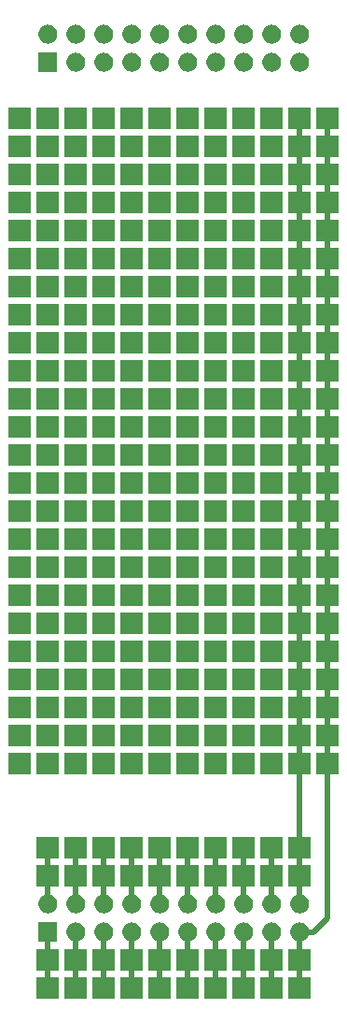
<source format=gbr>
G04 #@! TF.GenerationSoftware,KiCad,Pcbnew,5.0.2-bee76a0~70~ubuntu18.04.1*
G04 #@! TF.CreationDate,2019-10-10T11:49:15+02:00*
G04 #@! TF.ProjectId,breadboard,62726561-6462-46f6-9172-642e6b696361,rev?*
G04 #@! TF.SameCoordinates,Original*
G04 #@! TF.FileFunction,Soldermask,Bot*
G04 #@! TF.FilePolarity,Negative*
%FSLAX46Y46*%
G04 Gerber Fmt 4.6, Leading zero omitted, Abs format (unit mm)*
G04 Created by KiCad (PCBNEW 5.0.2-bee76a0~70~ubuntu18.04.1) date jeu. 10 oct. 2019 11:49:15 CEST*
%MOMM*%
%LPD*%
G01*
G04 APERTURE LIST*
%ADD10C,0.500000*%
%ADD11C,0.100000*%
G04 APERTURE END LIST*
D10*
X73660000Y-147320000D02*
X73660000Y-139700000D01*
X76200000Y-139700000D02*
X76200000Y-153670000D01*
X74930000Y-154940000D02*
X73660000Y-154940000D01*
X76200000Y-153670000D02*
X74930000Y-154940000D01*
X73660000Y-160020000D02*
X73660000Y-154940000D01*
X71120000Y-160020000D02*
X71120000Y-154940000D01*
X68580000Y-160020000D02*
X68580000Y-154940000D01*
X66040000Y-160020000D02*
X66040000Y-154940000D01*
X63500000Y-160020000D02*
X63500000Y-154940000D01*
X60960000Y-160020000D02*
X60960000Y-154940000D01*
X55880000Y-160020000D02*
X55880000Y-154940000D01*
X53340000Y-160020000D02*
X53340000Y-154940000D01*
X50800000Y-160020000D02*
X50800000Y-154940000D01*
X73660000Y-152400000D02*
X73660000Y-147320000D01*
X71120000Y-152400000D02*
X71120000Y-147320000D01*
X68580000Y-152400000D02*
X68580000Y-147320000D01*
X66040000Y-152400000D02*
X66040000Y-147320000D01*
X63500000Y-152400000D02*
X63500000Y-147320000D01*
X60960000Y-152400000D02*
X60960000Y-147320000D01*
X58420000Y-152400000D02*
X58420000Y-147320000D01*
X55880000Y-152400000D02*
X55880000Y-147320000D01*
X53340000Y-152400000D02*
X53340000Y-147320000D01*
X50800000Y-152400000D02*
X50800000Y-147320000D01*
X76200000Y-139700000D02*
X76200000Y-81280000D01*
X73660000Y-139700000D02*
X73660000Y-81280000D01*
X58420000Y-160020000D02*
X58420000Y-154940000D01*
D11*
G36*
X74660000Y-161020000D02*
X72660000Y-161020000D01*
X72660000Y-159020000D01*
X74660000Y-159020000D01*
X74660000Y-161020000D01*
X74660000Y-161020000D01*
G37*
G36*
X51800000Y-161020000D02*
X49800000Y-161020000D01*
X49800000Y-159020000D01*
X51800000Y-159020000D01*
X51800000Y-161020000D01*
X51800000Y-161020000D01*
G37*
G36*
X54340000Y-161020000D02*
X52340000Y-161020000D01*
X52340000Y-159020000D01*
X54340000Y-159020000D01*
X54340000Y-161020000D01*
X54340000Y-161020000D01*
G37*
G36*
X56880000Y-161020000D02*
X54880000Y-161020000D01*
X54880000Y-159020000D01*
X56880000Y-159020000D01*
X56880000Y-161020000D01*
X56880000Y-161020000D01*
G37*
G36*
X59420000Y-161020000D02*
X57420000Y-161020000D01*
X57420000Y-159020000D01*
X59420000Y-159020000D01*
X59420000Y-161020000D01*
X59420000Y-161020000D01*
G37*
G36*
X61960000Y-161020000D02*
X59960000Y-161020000D01*
X59960000Y-159020000D01*
X61960000Y-159020000D01*
X61960000Y-161020000D01*
X61960000Y-161020000D01*
G37*
G36*
X64500000Y-161020000D02*
X62500000Y-161020000D01*
X62500000Y-159020000D01*
X64500000Y-159020000D01*
X64500000Y-161020000D01*
X64500000Y-161020000D01*
G37*
G36*
X67040000Y-161020000D02*
X65040000Y-161020000D01*
X65040000Y-159020000D01*
X67040000Y-159020000D01*
X67040000Y-161020000D01*
X67040000Y-161020000D01*
G37*
G36*
X69580000Y-161020000D02*
X67580000Y-161020000D01*
X67580000Y-159020000D01*
X69580000Y-159020000D01*
X69580000Y-161020000D01*
X69580000Y-161020000D01*
G37*
G36*
X72120000Y-161020000D02*
X70120000Y-161020000D01*
X70120000Y-159020000D01*
X72120000Y-159020000D01*
X72120000Y-161020000D01*
X72120000Y-161020000D01*
G37*
G36*
X61960000Y-158480000D02*
X59960000Y-158480000D01*
X59960000Y-156480000D01*
X61960000Y-156480000D01*
X61960000Y-158480000D01*
X61960000Y-158480000D01*
G37*
G36*
X69580000Y-158480000D02*
X67580000Y-158480000D01*
X67580000Y-156480000D01*
X69580000Y-156480000D01*
X69580000Y-158480000D01*
X69580000Y-158480000D01*
G37*
G36*
X72120000Y-158480000D02*
X70120000Y-158480000D01*
X70120000Y-156480000D01*
X72120000Y-156480000D01*
X72120000Y-158480000D01*
X72120000Y-158480000D01*
G37*
G36*
X74660000Y-158480000D02*
X72660000Y-158480000D01*
X72660000Y-156480000D01*
X74660000Y-156480000D01*
X74660000Y-158480000D01*
X74660000Y-158480000D01*
G37*
G36*
X51800000Y-158480000D02*
X49800000Y-158480000D01*
X49800000Y-156480000D01*
X51800000Y-156480000D01*
X51800000Y-158480000D01*
X51800000Y-158480000D01*
G37*
G36*
X54340000Y-158480000D02*
X52340000Y-158480000D01*
X52340000Y-156480000D01*
X54340000Y-156480000D01*
X54340000Y-158480000D01*
X54340000Y-158480000D01*
G37*
G36*
X56880000Y-158480000D02*
X54880000Y-158480000D01*
X54880000Y-156480000D01*
X56880000Y-156480000D01*
X56880000Y-158480000D01*
X56880000Y-158480000D01*
G37*
G36*
X59420000Y-158480000D02*
X57420000Y-158480000D01*
X57420000Y-156480000D01*
X59420000Y-156480000D01*
X59420000Y-158480000D01*
X59420000Y-158480000D01*
G37*
G36*
X64500000Y-158480000D02*
X62500000Y-158480000D01*
X62500000Y-156480000D01*
X64500000Y-156480000D01*
X64500000Y-158480000D01*
X64500000Y-158480000D01*
G37*
G36*
X67040000Y-158480000D02*
X65040000Y-158480000D01*
X65040000Y-156480000D01*
X67040000Y-156480000D01*
X67040000Y-158480000D01*
X67040000Y-158480000D01*
G37*
G36*
X56046630Y-154102299D02*
X56206855Y-154150903D01*
X56354520Y-154229831D01*
X56483949Y-154336051D01*
X56590169Y-154465480D01*
X56669097Y-154613145D01*
X56717701Y-154773370D01*
X56734112Y-154940000D01*
X56717701Y-155106630D01*
X56669097Y-155266855D01*
X56590169Y-155414520D01*
X56483949Y-155543949D01*
X56354520Y-155650169D01*
X56206855Y-155729097D01*
X56046630Y-155777701D01*
X55921752Y-155790000D01*
X55838248Y-155790000D01*
X55713370Y-155777701D01*
X55553145Y-155729097D01*
X55405480Y-155650169D01*
X55276051Y-155543949D01*
X55169831Y-155414520D01*
X55090903Y-155266855D01*
X55042299Y-155106630D01*
X55025888Y-154940000D01*
X55042299Y-154773370D01*
X55090903Y-154613145D01*
X55169831Y-154465480D01*
X55276051Y-154336051D01*
X55405480Y-154229831D01*
X55553145Y-154150903D01*
X55713370Y-154102299D01*
X55838248Y-154090000D01*
X55921752Y-154090000D01*
X56046630Y-154102299D01*
X56046630Y-154102299D01*
G37*
G36*
X73826630Y-154102299D02*
X73986855Y-154150903D01*
X74134520Y-154229831D01*
X74263949Y-154336051D01*
X74370169Y-154465480D01*
X74449097Y-154613145D01*
X74497701Y-154773370D01*
X74514112Y-154940000D01*
X74497701Y-155106630D01*
X74449097Y-155266855D01*
X74370169Y-155414520D01*
X74263949Y-155543949D01*
X74134520Y-155650169D01*
X73986855Y-155729097D01*
X73826630Y-155777701D01*
X73701752Y-155790000D01*
X73618248Y-155790000D01*
X73493370Y-155777701D01*
X73333145Y-155729097D01*
X73185480Y-155650169D01*
X73056051Y-155543949D01*
X72949831Y-155414520D01*
X72870903Y-155266855D01*
X72822299Y-155106630D01*
X72805888Y-154940000D01*
X72822299Y-154773370D01*
X72870903Y-154613145D01*
X72949831Y-154465480D01*
X73056051Y-154336051D01*
X73185480Y-154229831D01*
X73333145Y-154150903D01*
X73493370Y-154102299D01*
X73618248Y-154090000D01*
X73701752Y-154090000D01*
X73826630Y-154102299D01*
X73826630Y-154102299D01*
G37*
G36*
X71286630Y-154102299D02*
X71446855Y-154150903D01*
X71594520Y-154229831D01*
X71723949Y-154336051D01*
X71830169Y-154465480D01*
X71909097Y-154613145D01*
X71957701Y-154773370D01*
X71974112Y-154940000D01*
X71957701Y-155106630D01*
X71909097Y-155266855D01*
X71830169Y-155414520D01*
X71723949Y-155543949D01*
X71594520Y-155650169D01*
X71446855Y-155729097D01*
X71286630Y-155777701D01*
X71161752Y-155790000D01*
X71078248Y-155790000D01*
X70953370Y-155777701D01*
X70793145Y-155729097D01*
X70645480Y-155650169D01*
X70516051Y-155543949D01*
X70409831Y-155414520D01*
X70330903Y-155266855D01*
X70282299Y-155106630D01*
X70265888Y-154940000D01*
X70282299Y-154773370D01*
X70330903Y-154613145D01*
X70409831Y-154465480D01*
X70516051Y-154336051D01*
X70645480Y-154229831D01*
X70793145Y-154150903D01*
X70953370Y-154102299D01*
X71078248Y-154090000D01*
X71161752Y-154090000D01*
X71286630Y-154102299D01*
X71286630Y-154102299D01*
G37*
G36*
X68746630Y-154102299D02*
X68906855Y-154150903D01*
X69054520Y-154229831D01*
X69183949Y-154336051D01*
X69290169Y-154465480D01*
X69369097Y-154613145D01*
X69417701Y-154773370D01*
X69434112Y-154940000D01*
X69417701Y-155106630D01*
X69369097Y-155266855D01*
X69290169Y-155414520D01*
X69183949Y-155543949D01*
X69054520Y-155650169D01*
X68906855Y-155729097D01*
X68746630Y-155777701D01*
X68621752Y-155790000D01*
X68538248Y-155790000D01*
X68413370Y-155777701D01*
X68253145Y-155729097D01*
X68105480Y-155650169D01*
X67976051Y-155543949D01*
X67869831Y-155414520D01*
X67790903Y-155266855D01*
X67742299Y-155106630D01*
X67725888Y-154940000D01*
X67742299Y-154773370D01*
X67790903Y-154613145D01*
X67869831Y-154465480D01*
X67976051Y-154336051D01*
X68105480Y-154229831D01*
X68253145Y-154150903D01*
X68413370Y-154102299D01*
X68538248Y-154090000D01*
X68621752Y-154090000D01*
X68746630Y-154102299D01*
X68746630Y-154102299D01*
G37*
G36*
X66206630Y-154102299D02*
X66366855Y-154150903D01*
X66514520Y-154229831D01*
X66643949Y-154336051D01*
X66750169Y-154465480D01*
X66829097Y-154613145D01*
X66877701Y-154773370D01*
X66894112Y-154940000D01*
X66877701Y-155106630D01*
X66829097Y-155266855D01*
X66750169Y-155414520D01*
X66643949Y-155543949D01*
X66514520Y-155650169D01*
X66366855Y-155729097D01*
X66206630Y-155777701D01*
X66081752Y-155790000D01*
X65998248Y-155790000D01*
X65873370Y-155777701D01*
X65713145Y-155729097D01*
X65565480Y-155650169D01*
X65436051Y-155543949D01*
X65329831Y-155414520D01*
X65250903Y-155266855D01*
X65202299Y-155106630D01*
X65185888Y-154940000D01*
X65202299Y-154773370D01*
X65250903Y-154613145D01*
X65329831Y-154465480D01*
X65436051Y-154336051D01*
X65565480Y-154229831D01*
X65713145Y-154150903D01*
X65873370Y-154102299D01*
X65998248Y-154090000D01*
X66081752Y-154090000D01*
X66206630Y-154102299D01*
X66206630Y-154102299D01*
G37*
G36*
X61126630Y-154102299D02*
X61286855Y-154150903D01*
X61434520Y-154229831D01*
X61563949Y-154336051D01*
X61670169Y-154465480D01*
X61749097Y-154613145D01*
X61797701Y-154773370D01*
X61814112Y-154940000D01*
X61797701Y-155106630D01*
X61749097Y-155266855D01*
X61670169Y-155414520D01*
X61563949Y-155543949D01*
X61434520Y-155650169D01*
X61286855Y-155729097D01*
X61126630Y-155777701D01*
X61001752Y-155790000D01*
X60918248Y-155790000D01*
X60793370Y-155777701D01*
X60633145Y-155729097D01*
X60485480Y-155650169D01*
X60356051Y-155543949D01*
X60249831Y-155414520D01*
X60170903Y-155266855D01*
X60122299Y-155106630D01*
X60105888Y-154940000D01*
X60122299Y-154773370D01*
X60170903Y-154613145D01*
X60249831Y-154465480D01*
X60356051Y-154336051D01*
X60485480Y-154229831D01*
X60633145Y-154150903D01*
X60793370Y-154102299D01*
X60918248Y-154090000D01*
X61001752Y-154090000D01*
X61126630Y-154102299D01*
X61126630Y-154102299D01*
G37*
G36*
X58586630Y-154102299D02*
X58746855Y-154150903D01*
X58894520Y-154229831D01*
X59023949Y-154336051D01*
X59130169Y-154465480D01*
X59209097Y-154613145D01*
X59257701Y-154773370D01*
X59274112Y-154940000D01*
X59257701Y-155106630D01*
X59209097Y-155266855D01*
X59130169Y-155414520D01*
X59023949Y-155543949D01*
X58894520Y-155650169D01*
X58746855Y-155729097D01*
X58586630Y-155777701D01*
X58461752Y-155790000D01*
X58378248Y-155790000D01*
X58253370Y-155777701D01*
X58093145Y-155729097D01*
X57945480Y-155650169D01*
X57816051Y-155543949D01*
X57709831Y-155414520D01*
X57630903Y-155266855D01*
X57582299Y-155106630D01*
X57565888Y-154940000D01*
X57582299Y-154773370D01*
X57630903Y-154613145D01*
X57709831Y-154465480D01*
X57816051Y-154336051D01*
X57945480Y-154229831D01*
X58093145Y-154150903D01*
X58253370Y-154102299D01*
X58378248Y-154090000D01*
X58461752Y-154090000D01*
X58586630Y-154102299D01*
X58586630Y-154102299D01*
G37*
G36*
X51650000Y-155790000D02*
X49950000Y-155790000D01*
X49950000Y-154090000D01*
X51650000Y-154090000D01*
X51650000Y-155790000D01*
X51650000Y-155790000D01*
G37*
G36*
X53506630Y-154102299D02*
X53666855Y-154150903D01*
X53814520Y-154229831D01*
X53943949Y-154336051D01*
X54050169Y-154465480D01*
X54129097Y-154613145D01*
X54177701Y-154773370D01*
X54194112Y-154940000D01*
X54177701Y-155106630D01*
X54129097Y-155266855D01*
X54050169Y-155414520D01*
X53943949Y-155543949D01*
X53814520Y-155650169D01*
X53666855Y-155729097D01*
X53506630Y-155777701D01*
X53381752Y-155790000D01*
X53298248Y-155790000D01*
X53173370Y-155777701D01*
X53013145Y-155729097D01*
X52865480Y-155650169D01*
X52736051Y-155543949D01*
X52629831Y-155414520D01*
X52550903Y-155266855D01*
X52502299Y-155106630D01*
X52485888Y-154940000D01*
X52502299Y-154773370D01*
X52550903Y-154613145D01*
X52629831Y-154465480D01*
X52736051Y-154336051D01*
X52865480Y-154229831D01*
X53013145Y-154150903D01*
X53173370Y-154102299D01*
X53298248Y-154090000D01*
X53381752Y-154090000D01*
X53506630Y-154102299D01*
X53506630Y-154102299D01*
G37*
G36*
X63666630Y-154102299D02*
X63826855Y-154150903D01*
X63974520Y-154229831D01*
X64103949Y-154336051D01*
X64210169Y-154465480D01*
X64289097Y-154613145D01*
X64337701Y-154773370D01*
X64354112Y-154940000D01*
X64337701Y-155106630D01*
X64289097Y-155266855D01*
X64210169Y-155414520D01*
X64103949Y-155543949D01*
X63974520Y-155650169D01*
X63826855Y-155729097D01*
X63666630Y-155777701D01*
X63541752Y-155790000D01*
X63458248Y-155790000D01*
X63333370Y-155777701D01*
X63173145Y-155729097D01*
X63025480Y-155650169D01*
X62896051Y-155543949D01*
X62789831Y-155414520D01*
X62710903Y-155266855D01*
X62662299Y-155106630D01*
X62645888Y-154940000D01*
X62662299Y-154773370D01*
X62710903Y-154613145D01*
X62789831Y-154465480D01*
X62896051Y-154336051D01*
X63025480Y-154229831D01*
X63173145Y-154150903D01*
X63333370Y-154102299D01*
X63458248Y-154090000D01*
X63541752Y-154090000D01*
X63666630Y-154102299D01*
X63666630Y-154102299D01*
G37*
G36*
X56046630Y-151562299D02*
X56206855Y-151610903D01*
X56354520Y-151689831D01*
X56483949Y-151796051D01*
X56590169Y-151925480D01*
X56669097Y-152073145D01*
X56717701Y-152233370D01*
X56734112Y-152400000D01*
X56717701Y-152566630D01*
X56669097Y-152726855D01*
X56590169Y-152874520D01*
X56483949Y-153003949D01*
X56354520Y-153110169D01*
X56206855Y-153189097D01*
X56046630Y-153237701D01*
X55921752Y-153250000D01*
X55838248Y-153250000D01*
X55713370Y-153237701D01*
X55553145Y-153189097D01*
X55405480Y-153110169D01*
X55276051Y-153003949D01*
X55169831Y-152874520D01*
X55090903Y-152726855D01*
X55042299Y-152566630D01*
X55025888Y-152400000D01*
X55042299Y-152233370D01*
X55090903Y-152073145D01*
X55169831Y-151925480D01*
X55276051Y-151796051D01*
X55405480Y-151689831D01*
X55553145Y-151610903D01*
X55713370Y-151562299D01*
X55838248Y-151550000D01*
X55921752Y-151550000D01*
X56046630Y-151562299D01*
X56046630Y-151562299D01*
G37*
G36*
X66206630Y-151562299D02*
X66366855Y-151610903D01*
X66514520Y-151689831D01*
X66643949Y-151796051D01*
X66750169Y-151925480D01*
X66829097Y-152073145D01*
X66877701Y-152233370D01*
X66894112Y-152400000D01*
X66877701Y-152566630D01*
X66829097Y-152726855D01*
X66750169Y-152874520D01*
X66643949Y-153003949D01*
X66514520Y-153110169D01*
X66366855Y-153189097D01*
X66206630Y-153237701D01*
X66081752Y-153250000D01*
X65998248Y-153250000D01*
X65873370Y-153237701D01*
X65713145Y-153189097D01*
X65565480Y-153110169D01*
X65436051Y-153003949D01*
X65329831Y-152874520D01*
X65250903Y-152726855D01*
X65202299Y-152566630D01*
X65185888Y-152400000D01*
X65202299Y-152233370D01*
X65250903Y-152073145D01*
X65329831Y-151925480D01*
X65436051Y-151796051D01*
X65565480Y-151689831D01*
X65713145Y-151610903D01*
X65873370Y-151562299D01*
X65998248Y-151550000D01*
X66081752Y-151550000D01*
X66206630Y-151562299D01*
X66206630Y-151562299D01*
G37*
G36*
X50966630Y-151562299D02*
X51126855Y-151610903D01*
X51274520Y-151689831D01*
X51403949Y-151796051D01*
X51510169Y-151925480D01*
X51589097Y-152073145D01*
X51637701Y-152233370D01*
X51654112Y-152400000D01*
X51637701Y-152566630D01*
X51589097Y-152726855D01*
X51510169Y-152874520D01*
X51403949Y-153003949D01*
X51274520Y-153110169D01*
X51126855Y-153189097D01*
X50966630Y-153237701D01*
X50841752Y-153250000D01*
X50758248Y-153250000D01*
X50633370Y-153237701D01*
X50473145Y-153189097D01*
X50325480Y-153110169D01*
X50196051Y-153003949D01*
X50089831Y-152874520D01*
X50010903Y-152726855D01*
X49962299Y-152566630D01*
X49945888Y-152400000D01*
X49962299Y-152233370D01*
X50010903Y-152073145D01*
X50089831Y-151925480D01*
X50196051Y-151796051D01*
X50325480Y-151689831D01*
X50473145Y-151610903D01*
X50633370Y-151562299D01*
X50758248Y-151550000D01*
X50841752Y-151550000D01*
X50966630Y-151562299D01*
X50966630Y-151562299D01*
G37*
G36*
X68746630Y-151562299D02*
X68906855Y-151610903D01*
X69054520Y-151689831D01*
X69183949Y-151796051D01*
X69290169Y-151925480D01*
X69369097Y-152073145D01*
X69417701Y-152233370D01*
X69434112Y-152400000D01*
X69417701Y-152566630D01*
X69369097Y-152726855D01*
X69290169Y-152874520D01*
X69183949Y-153003949D01*
X69054520Y-153110169D01*
X68906855Y-153189097D01*
X68746630Y-153237701D01*
X68621752Y-153250000D01*
X68538248Y-153250000D01*
X68413370Y-153237701D01*
X68253145Y-153189097D01*
X68105480Y-153110169D01*
X67976051Y-153003949D01*
X67869831Y-152874520D01*
X67790903Y-152726855D01*
X67742299Y-152566630D01*
X67725888Y-152400000D01*
X67742299Y-152233370D01*
X67790903Y-152073145D01*
X67869831Y-151925480D01*
X67976051Y-151796051D01*
X68105480Y-151689831D01*
X68253145Y-151610903D01*
X68413370Y-151562299D01*
X68538248Y-151550000D01*
X68621752Y-151550000D01*
X68746630Y-151562299D01*
X68746630Y-151562299D01*
G37*
G36*
X53506630Y-151562299D02*
X53666855Y-151610903D01*
X53814520Y-151689831D01*
X53943949Y-151796051D01*
X54050169Y-151925480D01*
X54129097Y-152073145D01*
X54177701Y-152233370D01*
X54194112Y-152400000D01*
X54177701Y-152566630D01*
X54129097Y-152726855D01*
X54050169Y-152874520D01*
X53943949Y-153003949D01*
X53814520Y-153110169D01*
X53666855Y-153189097D01*
X53506630Y-153237701D01*
X53381752Y-153250000D01*
X53298248Y-153250000D01*
X53173370Y-153237701D01*
X53013145Y-153189097D01*
X52865480Y-153110169D01*
X52736051Y-153003949D01*
X52629831Y-152874520D01*
X52550903Y-152726855D01*
X52502299Y-152566630D01*
X52485888Y-152400000D01*
X52502299Y-152233370D01*
X52550903Y-152073145D01*
X52629831Y-151925480D01*
X52736051Y-151796051D01*
X52865480Y-151689831D01*
X53013145Y-151610903D01*
X53173370Y-151562299D01*
X53298248Y-151550000D01*
X53381752Y-151550000D01*
X53506630Y-151562299D01*
X53506630Y-151562299D01*
G37*
G36*
X71286630Y-151562299D02*
X71446855Y-151610903D01*
X71594520Y-151689831D01*
X71723949Y-151796051D01*
X71830169Y-151925480D01*
X71909097Y-152073145D01*
X71957701Y-152233370D01*
X71974112Y-152400000D01*
X71957701Y-152566630D01*
X71909097Y-152726855D01*
X71830169Y-152874520D01*
X71723949Y-153003949D01*
X71594520Y-153110169D01*
X71446855Y-153189097D01*
X71286630Y-153237701D01*
X71161752Y-153250000D01*
X71078248Y-153250000D01*
X70953370Y-153237701D01*
X70793145Y-153189097D01*
X70645480Y-153110169D01*
X70516051Y-153003949D01*
X70409831Y-152874520D01*
X70330903Y-152726855D01*
X70282299Y-152566630D01*
X70265888Y-152400000D01*
X70282299Y-152233370D01*
X70330903Y-152073145D01*
X70409831Y-151925480D01*
X70516051Y-151796051D01*
X70645480Y-151689831D01*
X70793145Y-151610903D01*
X70953370Y-151562299D01*
X71078248Y-151550000D01*
X71161752Y-151550000D01*
X71286630Y-151562299D01*
X71286630Y-151562299D01*
G37*
G36*
X58586630Y-151562299D02*
X58746855Y-151610903D01*
X58894520Y-151689831D01*
X59023949Y-151796051D01*
X59130169Y-151925480D01*
X59209097Y-152073145D01*
X59257701Y-152233370D01*
X59274112Y-152400000D01*
X59257701Y-152566630D01*
X59209097Y-152726855D01*
X59130169Y-152874520D01*
X59023949Y-153003949D01*
X58894520Y-153110169D01*
X58746855Y-153189097D01*
X58586630Y-153237701D01*
X58461752Y-153250000D01*
X58378248Y-153250000D01*
X58253370Y-153237701D01*
X58093145Y-153189097D01*
X57945480Y-153110169D01*
X57816051Y-153003949D01*
X57709831Y-152874520D01*
X57630903Y-152726855D01*
X57582299Y-152566630D01*
X57565888Y-152400000D01*
X57582299Y-152233370D01*
X57630903Y-152073145D01*
X57709831Y-151925480D01*
X57816051Y-151796051D01*
X57945480Y-151689831D01*
X58093145Y-151610903D01*
X58253370Y-151562299D01*
X58378248Y-151550000D01*
X58461752Y-151550000D01*
X58586630Y-151562299D01*
X58586630Y-151562299D01*
G37*
G36*
X61126630Y-151562299D02*
X61286855Y-151610903D01*
X61434520Y-151689831D01*
X61563949Y-151796051D01*
X61670169Y-151925480D01*
X61749097Y-152073145D01*
X61797701Y-152233370D01*
X61814112Y-152400000D01*
X61797701Y-152566630D01*
X61749097Y-152726855D01*
X61670169Y-152874520D01*
X61563949Y-153003949D01*
X61434520Y-153110169D01*
X61286855Y-153189097D01*
X61126630Y-153237701D01*
X61001752Y-153250000D01*
X60918248Y-153250000D01*
X60793370Y-153237701D01*
X60633145Y-153189097D01*
X60485480Y-153110169D01*
X60356051Y-153003949D01*
X60249831Y-152874520D01*
X60170903Y-152726855D01*
X60122299Y-152566630D01*
X60105888Y-152400000D01*
X60122299Y-152233370D01*
X60170903Y-152073145D01*
X60249831Y-151925480D01*
X60356051Y-151796051D01*
X60485480Y-151689831D01*
X60633145Y-151610903D01*
X60793370Y-151562299D01*
X60918248Y-151550000D01*
X61001752Y-151550000D01*
X61126630Y-151562299D01*
X61126630Y-151562299D01*
G37*
G36*
X73826630Y-151562299D02*
X73986855Y-151610903D01*
X74134520Y-151689831D01*
X74263949Y-151796051D01*
X74370169Y-151925480D01*
X74449097Y-152073145D01*
X74497701Y-152233370D01*
X74514112Y-152400000D01*
X74497701Y-152566630D01*
X74449097Y-152726855D01*
X74370169Y-152874520D01*
X74263949Y-153003949D01*
X74134520Y-153110169D01*
X73986855Y-153189097D01*
X73826630Y-153237701D01*
X73701752Y-153250000D01*
X73618248Y-153250000D01*
X73493370Y-153237701D01*
X73333145Y-153189097D01*
X73185480Y-153110169D01*
X73056051Y-153003949D01*
X72949831Y-152874520D01*
X72870903Y-152726855D01*
X72822299Y-152566630D01*
X72805888Y-152400000D01*
X72822299Y-152233370D01*
X72870903Y-152073145D01*
X72949831Y-151925480D01*
X73056051Y-151796051D01*
X73185480Y-151689831D01*
X73333145Y-151610903D01*
X73493370Y-151562299D01*
X73618248Y-151550000D01*
X73701752Y-151550000D01*
X73826630Y-151562299D01*
X73826630Y-151562299D01*
G37*
G36*
X63666630Y-151562299D02*
X63826855Y-151610903D01*
X63974520Y-151689831D01*
X64103949Y-151796051D01*
X64210169Y-151925480D01*
X64289097Y-152073145D01*
X64337701Y-152233370D01*
X64354112Y-152400000D01*
X64337701Y-152566630D01*
X64289097Y-152726855D01*
X64210169Y-152874520D01*
X64103949Y-153003949D01*
X63974520Y-153110169D01*
X63826855Y-153189097D01*
X63666630Y-153237701D01*
X63541752Y-153250000D01*
X63458248Y-153250000D01*
X63333370Y-153237701D01*
X63173145Y-153189097D01*
X63025480Y-153110169D01*
X62896051Y-153003949D01*
X62789831Y-152874520D01*
X62710903Y-152726855D01*
X62662299Y-152566630D01*
X62645888Y-152400000D01*
X62662299Y-152233370D01*
X62710903Y-152073145D01*
X62789831Y-151925480D01*
X62896051Y-151796051D01*
X63025480Y-151689831D01*
X63173145Y-151610903D01*
X63333370Y-151562299D01*
X63458248Y-151550000D01*
X63541752Y-151550000D01*
X63666630Y-151562299D01*
X63666630Y-151562299D01*
G37*
G36*
X67040000Y-150860000D02*
X65040000Y-150860000D01*
X65040000Y-148860000D01*
X67040000Y-148860000D01*
X67040000Y-150860000D01*
X67040000Y-150860000D01*
G37*
G36*
X56880000Y-150860000D02*
X54880000Y-150860000D01*
X54880000Y-148860000D01*
X56880000Y-148860000D01*
X56880000Y-150860000D01*
X56880000Y-150860000D01*
G37*
G36*
X59420000Y-150860000D02*
X57420000Y-150860000D01*
X57420000Y-148860000D01*
X59420000Y-148860000D01*
X59420000Y-150860000D01*
X59420000Y-150860000D01*
G37*
G36*
X51800000Y-150860000D02*
X49800000Y-150860000D01*
X49800000Y-148860000D01*
X51800000Y-148860000D01*
X51800000Y-150860000D01*
X51800000Y-150860000D01*
G37*
G36*
X69580000Y-150860000D02*
X67580000Y-150860000D01*
X67580000Y-148860000D01*
X69580000Y-148860000D01*
X69580000Y-150860000D01*
X69580000Y-150860000D01*
G37*
G36*
X54340000Y-150860000D02*
X52340000Y-150860000D01*
X52340000Y-148860000D01*
X54340000Y-148860000D01*
X54340000Y-150860000D01*
X54340000Y-150860000D01*
G37*
G36*
X72120000Y-150860000D02*
X70120000Y-150860000D01*
X70120000Y-148860000D01*
X72120000Y-148860000D01*
X72120000Y-150860000D01*
X72120000Y-150860000D01*
G37*
G36*
X64500000Y-150860000D02*
X62500000Y-150860000D01*
X62500000Y-148860000D01*
X64500000Y-148860000D01*
X64500000Y-150860000D01*
X64500000Y-150860000D01*
G37*
G36*
X61960000Y-150860000D02*
X59960000Y-150860000D01*
X59960000Y-148860000D01*
X61960000Y-148860000D01*
X61960000Y-150860000D01*
X61960000Y-150860000D01*
G37*
G36*
X74660000Y-150860000D02*
X72660000Y-150860000D01*
X72660000Y-148860000D01*
X74660000Y-148860000D01*
X74660000Y-150860000D01*
X74660000Y-150860000D01*
G37*
G36*
X64500000Y-148320000D02*
X62500000Y-148320000D01*
X62500000Y-146320000D01*
X64500000Y-146320000D01*
X64500000Y-148320000D01*
X64500000Y-148320000D01*
G37*
G36*
X51800000Y-148320000D02*
X49800000Y-148320000D01*
X49800000Y-146320000D01*
X51800000Y-146320000D01*
X51800000Y-148320000D01*
X51800000Y-148320000D01*
G37*
G36*
X54340000Y-148320000D02*
X52340000Y-148320000D01*
X52340000Y-146320000D01*
X54340000Y-146320000D01*
X54340000Y-148320000D01*
X54340000Y-148320000D01*
G37*
G36*
X56880000Y-148320000D02*
X54880000Y-148320000D01*
X54880000Y-146320000D01*
X56880000Y-146320000D01*
X56880000Y-148320000D01*
X56880000Y-148320000D01*
G37*
G36*
X61960000Y-148320000D02*
X59960000Y-148320000D01*
X59960000Y-146320000D01*
X61960000Y-146320000D01*
X61960000Y-148320000D01*
X61960000Y-148320000D01*
G37*
G36*
X67040000Y-148320000D02*
X65040000Y-148320000D01*
X65040000Y-146320000D01*
X67040000Y-146320000D01*
X67040000Y-148320000D01*
X67040000Y-148320000D01*
G37*
G36*
X69580000Y-148320000D02*
X67580000Y-148320000D01*
X67580000Y-146320000D01*
X69580000Y-146320000D01*
X69580000Y-148320000D01*
X69580000Y-148320000D01*
G37*
G36*
X72120000Y-148320000D02*
X70120000Y-148320000D01*
X70120000Y-146320000D01*
X72120000Y-146320000D01*
X72120000Y-148320000D01*
X72120000Y-148320000D01*
G37*
G36*
X59420000Y-148320000D02*
X57420000Y-148320000D01*
X57420000Y-146320000D01*
X59420000Y-146320000D01*
X59420000Y-148320000D01*
X59420000Y-148320000D01*
G37*
G36*
X74660000Y-148320000D02*
X72660000Y-148320000D01*
X72660000Y-146320000D01*
X74660000Y-146320000D01*
X74660000Y-148320000D01*
X74660000Y-148320000D01*
G37*
G36*
X72120000Y-140700000D02*
X70120000Y-140700000D01*
X70120000Y-138700000D01*
X72120000Y-138700000D01*
X72120000Y-140700000D01*
X72120000Y-140700000D01*
G37*
G36*
X51800000Y-140700000D02*
X49800000Y-140700000D01*
X49800000Y-138700000D01*
X51800000Y-138700000D01*
X51800000Y-140700000D01*
X51800000Y-140700000D01*
G37*
G36*
X77200000Y-140700000D02*
X75200000Y-140700000D01*
X75200000Y-138700000D01*
X77200000Y-138700000D01*
X77200000Y-140700000D01*
X77200000Y-140700000D01*
G37*
G36*
X74660000Y-140700000D02*
X72660000Y-140700000D01*
X72660000Y-138700000D01*
X74660000Y-138700000D01*
X74660000Y-140700000D01*
X74660000Y-140700000D01*
G37*
G36*
X59420000Y-140700000D02*
X57420000Y-140700000D01*
X57420000Y-138700000D01*
X59420000Y-138700000D01*
X59420000Y-140700000D01*
X59420000Y-140700000D01*
G37*
G36*
X67040000Y-140700000D02*
X65040000Y-140700000D01*
X65040000Y-138700000D01*
X67040000Y-138700000D01*
X67040000Y-140700000D01*
X67040000Y-140700000D01*
G37*
G36*
X64500000Y-140700000D02*
X62500000Y-140700000D01*
X62500000Y-138700000D01*
X64500000Y-138700000D01*
X64500000Y-140700000D01*
X64500000Y-140700000D01*
G37*
G36*
X69580000Y-140700000D02*
X67580000Y-140700000D01*
X67580000Y-138700000D01*
X69580000Y-138700000D01*
X69580000Y-140700000D01*
X69580000Y-140700000D01*
G37*
G36*
X54340000Y-140700000D02*
X52340000Y-140700000D01*
X52340000Y-138700000D01*
X54340000Y-138700000D01*
X54340000Y-140700000D01*
X54340000Y-140700000D01*
G37*
G36*
X56880000Y-140700000D02*
X54880000Y-140700000D01*
X54880000Y-138700000D01*
X56880000Y-138700000D01*
X56880000Y-140700000D01*
X56880000Y-140700000D01*
G37*
G36*
X61960000Y-140700000D02*
X59960000Y-140700000D01*
X59960000Y-138700000D01*
X61960000Y-138700000D01*
X61960000Y-140700000D01*
X61960000Y-140700000D01*
G37*
G36*
X49260000Y-140700000D02*
X47260000Y-140700000D01*
X47260000Y-138700000D01*
X49260000Y-138700000D01*
X49260000Y-140700000D01*
X49260000Y-140700000D01*
G37*
G36*
X77200000Y-138160000D02*
X75200000Y-138160000D01*
X75200000Y-136160000D01*
X77200000Y-136160000D01*
X77200000Y-138160000D01*
X77200000Y-138160000D01*
G37*
G36*
X49260000Y-138160000D02*
X47260000Y-138160000D01*
X47260000Y-136160000D01*
X49260000Y-136160000D01*
X49260000Y-138160000D01*
X49260000Y-138160000D01*
G37*
G36*
X61960000Y-138160000D02*
X59960000Y-138160000D01*
X59960000Y-136160000D01*
X61960000Y-136160000D01*
X61960000Y-138160000D01*
X61960000Y-138160000D01*
G37*
G36*
X56880000Y-138160000D02*
X54880000Y-138160000D01*
X54880000Y-136160000D01*
X56880000Y-136160000D01*
X56880000Y-138160000D01*
X56880000Y-138160000D01*
G37*
G36*
X74660000Y-138160000D02*
X72660000Y-138160000D01*
X72660000Y-136160000D01*
X74660000Y-136160000D01*
X74660000Y-138160000D01*
X74660000Y-138160000D01*
G37*
G36*
X64500000Y-138160000D02*
X62500000Y-138160000D01*
X62500000Y-136160000D01*
X64500000Y-136160000D01*
X64500000Y-138160000D01*
X64500000Y-138160000D01*
G37*
G36*
X59420000Y-138160000D02*
X57420000Y-138160000D01*
X57420000Y-136160000D01*
X59420000Y-136160000D01*
X59420000Y-138160000D01*
X59420000Y-138160000D01*
G37*
G36*
X72120000Y-138160000D02*
X70120000Y-138160000D01*
X70120000Y-136160000D01*
X72120000Y-136160000D01*
X72120000Y-138160000D01*
X72120000Y-138160000D01*
G37*
G36*
X51800000Y-138160000D02*
X49800000Y-138160000D01*
X49800000Y-136160000D01*
X51800000Y-136160000D01*
X51800000Y-138160000D01*
X51800000Y-138160000D01*
G37*
G36*
X69580000Y-138160000D02*
X67580000Y-138160000D01*
X67580000Y-136160000D01*
X69580000Y-136160000D01*
X69580000Y-138160000D01*
X69580000Y-138160000D01*
G37*
G36*
X54340000Y-138160000D02*
X52340000Y-138160000D01*
X52340000Y-136160000D01*
X54340000Y-136160000D01*
X54340000Y-138160000D01*
X54340000Y-138160000D01*
G37*
G36*
X67040000Y-138160000D02*
X65040000Y-138160000D01*
X65040000Y-136160000D01*
X67040000Y-136160000D01*
X67040000Y-138160000D01*
X67040000Y-138160000D01*
G37*
G36*
X74660000Y-135620000D02*
X72660000Y-135620000D01*
X72660000Y-133620000D01*
X74660000Y-133620000D01*
X74660000Y-135620000D01*
X74660000Y-135620000D01*
G37*
G36*
X61960000Y-135620000D02*
X59960000Y-135620000D01*
X59960000Y-133620000D01*
X61960000Y-133620000D01*
X61960000Y-135620000D01*
X61960000Y-135620000D01*
G37*
G36*
X69580000Y-135620000D02*
X67580000Y-135620000D01*
X67580000Y-133620000D01*
X69580000Y-133620000D01*
X69580000Y-135620000D01*
X69580000Y-135620000D01*
G37*
G36*
X72120000Y-135620000D02*
X70120000Y-135620000D01*
X70120000Y-133620000D01*
X72120000Y-133620000D01*
X72120000Y-135620000D01*
X72120000Y-135620000D01*
G37*
G36*
X77200000Y-135620000D02*
X75200000Y-135620000D01*
X75200000Y-133620000D01*
X77200000Y-133620000D01*
X77200000Y-135620000D01*
X77200000Y-135620000D01*
G37*
G36*
X67040000Y-135620000D02*
X65040000Y-135620000D01*
X65040000Y-133620000D01*
X67040000Y-133620000D01*
X67040000Y-135620000D01*
X67040000Y-135620000D01*
G37*
G36*
X51800000Y-135620000D02*
X49800000Y-135620000D01*
X49800000Y-133620000D01*
X51800000Y-133620000D01*
X51800000Y-135620000D01*
X51800000Y-135620000D01*
G37*
G36*
X64500000Y-135620000D02*
X62500000Y-135620000D01*
X62500000Y-133620000D01*
X64500000Y-133620000D01*
X64500000Y-135620000D01*
X64500000Y-135620000D01*
G37*
G36*
X59420000Y-135620000D02*
X57420000Y-135620000D01*
X57420000Y-133620000D01*
X59420000Y-133620000D01*
X59420000Y-135620000D01*
X59420000Y-135620000D01*
G37*
G36*
X49260000Y-135620000D02*
X47260000Y-135620000D01*
X47260000Y-133620000D01*
X49260000Y-133620000D01*
X49260000Y-135620000D01*
X49260000Y-135620000D01*
G37*
G36*
X56880000Y-135620000D02*
X54880000Y-135620000D01*
X54880000Y-133620000D01*
X56880000Y-133620000D01*
X56880000Y-135620000D01*
X56880000Y-135620000D01*
G37*
G36*
X54340000Y-135620000D02*
X52340000Y-135620000D01*
X52340000Y-133620000D01*
X54340000Y-133620000D01*
X54340000Y-135620000D01*
X54340000Y-135620000D01*
G37*
G36*
X61960000Y-133080000D02*
X59960000Y-133080000D01*
X59960000Y-131080000D01*
X61960000Y-131080000D01*
X61960000Y-133080000D01*
X61960000Y-133080000D01*
G37*
G36*
X72120000Y-133080000D02*
X70120000Y-133080000D01*
X70120000Y-131080000D01*
X72120000Y-131080000D01*
X72120000Y-133080000D01*
X72120000Y-133080000D01*
G37*
G36*
X49260000Y-133080000D02*
X47260000Y-133080000D01*
X47260000Y-131080000D01*
X49260000Y-131080000D01*
X49260000Y-133080000D01*
X49260000Y-133080000D01*
G37*
G36*
X59420000Y-133080000D02*
X57420000Y-133080000D01*
X57420000Y-131080000D01*
X59420000Y-131080000D01*
X59420000Y-133080000D01*
X59420000Y-133080000D01*
G37*
G36*
X77200000Y-133080000D02*
X75200000Y-133080000D01*
X75200000Y-131080000D01*
X77200000Y-131080000D01*
X77200000Y-133080000D01*
X77200000Y-133080000D01*
G37*
G36*
X74660000Y-133080000D02*
X72660000Y-133080000D01*
X72660000Y-131080000D01*
X74660000Y-131080000D01*
X74660000Y-133080000D01*
X74660000Y-133080000D01*
G37*
G36*
X56880000Y-133080000D02*
X54880000Y-133080000D01*
X54880000Y-131080000D01*
X56880000Y-131080000D01*
X56880000Y-133080000D01*
X56880000Y-133080000D01*
G37*
G36*
X51800000Y-133080000D02*
X49800000Y-133080000D01*
X49800000Y-131080000D01*
X51800000Y-131080000D01*
X51800000Y-133080000D01*
X51800000Y-133080000D01*
G37*
G36*
X54340000Y-133080000D02*
X52340000Y-133080000D01*
X52340000Y-131080000D01*
X54340000Y-131080000D01*
X54340000Y-133080000D01*
X54340000Y-133080000D01*
G37*
G36*
X69580000Y-133080000D02*
X67580000Y-133080000D01*
X67580000Y-131080000D01*
X69580000Y-131080000D01*
X69580000Y-133080000D01*
X69580000Y-133080000D01*
G37*
G36*
X67040000Y-133080000D02*
X65040000Y-133080000D01*
X65040000Y-131080000D01*
X67040000Y-131080000D01*
X67040000Y-133080000D01*
X67040000Y-133080000D01*
G37*
G36*
X64500000Y-133080000D02*
X62500000Y-133080000D01*
X62500000Y-131080000D01*
X64500000Y-131080000D01*
X64500000Y-133080000D01*
X64500000Y-133080000D01*
G37*
G36*
X54340000Y-130540000D02*
X52340000Y-130540000D01*
X52340000Y-128540000D01*
X54340000Y-128540000D01*
X54340000Y-130540000D01*
X54340000Y-130540000D01*
G37*
G36*
X59420000Y-130540000D02*
X57420000Y-130540000D01*
X57420000Y-128540000D01*
X59420000Y-128540000D01*
X59420000Y-130540000D01*
X59420000Y-130540000D01*
G37*
G36*
X61960000Y-130540000D02*
X59960000Y-130540000D01*
X59960000Y-128540000D01*
X61960000Y-128540000D01*
X61960000Y-130540000D01*
X61960000Y-130540000D01*
G37*
G36*
X49260000Y-130540000D02*
X47260000Y-130540000D01*
X47260000Y-128540000D01*
X49260000Y-128540000D01*
X49260000Y-130540000D01*
X49260000Y-130540000D01*
G37*
G36*
X51800000Y-130540000D02*
X49800000Y-130540000D01*
X49800000Y-128540000D01*
X51800000Y-128540000D01*
X51800000Y-130540000D01*
X51800000Y-130540000D01*
G37*
G36*
X67040000Y-130540000D02*
X65040000Y-130540000D01*
X65040000Y-128540000D01*
X67040000Y-128540000D01*
X67040000Y-130540000D01*
X67040000Y-130540000D01*
G37*
G36*
X72120000Y-130540000D02*
X70120000Y-130540000D01*
X70120000Y-128540000D01*
X72120000Y-128540000D01*
X72120000Y-130540000D01*
X72120000Y-130540000D01*
G37*
G36*
X74660000Y-130540000D02*
X72660000Y-130540000D01*
X72660000Y-128540000D01*
X74660000Y-128540000D01*
X74660000Y-130540000D01*
X74660000Y-130540000D01*
G37*
G36*
X69580000Y-130540000D02*
X67580000Y-130540000D01*
X67580000Y-128540000D01*
X69580000Y-128540000D01*
X69580000Y-130540000D01*
X69580000Y-130540000D01*
G37*
G36*
X77200000Y-130540000D02*
X75200000Y-130540000D01*
X75200000Y-128540000D01*
X77200000Y-128540000D01*
X77200000Y-130540000D01*
X77200000Y-130540000D01*
G37*
G36*
X64500000Y-130540000D02*
X62500000Y-130540000D01*
X62500000Y-128540000D01*
X64500000Y-128540000D01*
X64500000Y-130540000D01*
X64500000Y-130540000D01*
G37*
G36*
X56880000Y-130540000D02*
X54880000Y-130540000D01*
X54880000Y-128540000D01*
X56880000Y-128540000D01*
X56880000Y-130540000D01*
X56880000Y-130540000D01*
G37*
G36*
X49260000Y-128000000D02*
X47260000Y-128000000D01*
X47260000Y-126000000D01*
X49260000Y-126000000D01*
X49260000Y-128000000D01*
X49260000Y-128000000D01*
G37*
G36*
X77200000Y-128000000D02*
X75200000Y-128000000D01*
X75200000Y-126000000D01*
X77200000Y-126000000D01*
X77200000Y-128000000D01*
X77200000Y-128000000D01*
G37*
G36*
X74660000Y-128000000D02*
X72660000Y-128000000D01*
X72660000Y-126000000D01*
X74660000Y-126000000D01*
X74660000Y-128000000D01*
X74660000Y-128000000D01*
G37*
G36*
X72120000Y-128000000D02*
X70120000Y-128000000D01*
X70120000Y-126000000D01*
X72120000Y-126000000D01*
X72120000Y-128000000D01*
X72120000Y-128000000D01*
G37*
G36*
X69580000Y-128000000D02*
X67580000Y-128000000D01*
X67580000Y-126000000D01*
X69580000Y-126000000D01*
X69580000Y-128000000D01*
X69580000Y-128000000D01*
G37*
G36*
X67040000Y-128000000D02*
X65040000Y-128000000D01*
X65040000Y-126000000D01*
X67040000Y-126000000D01*
X67040000Y-128000000D01*
X67040000Y-128000000D01*
G37*
G36*
X51800000Y-128000000D02*
X49800000Y-128000000D01*
X49800000Y-126000000D01*
X51800000Y-126000000D01*
X51800000Y-128000000D01*
X51800000Y-128000000D01*
G37*
G36*
X64500000Y-128000000D02*
X62500000Y-128000000D01*
X62500000Y-126000000D01*
X64500000Y-126000000D01*
X64500000Y-128000000D01*
X64500000Y-128000000D01*
G37*
G36*
X61960000Y-128000000D02*
X59960000Y-128000000D01*
X59960000Y-126000000D01*
X61960000Y-126000000D01*
X61960000Y-128000000D01*
X61960000Y-128000000D01*
G37*
G36*
X54340000Y-128000000D02*
X52340000Y-128000000D01*
X52340000Y-126000000D01*
X54340000Y-126000000D01*
X54340000Y-128000000D01*
X54340000Y-128000000D01*
G37*
G36*
X59420000Y-128000000D02*
X57420000Y-128000000D01*
X57420000Y-126000000D01*
X59420000Y-126000000D01*
X59420000Y-128000000D01*
X59420000Y-128000000D01*
G37*
G36*
X56880000Y-128000000D02*
X54880000Y-128000000D01*
X54880000Y-126000000D01*
X56880000Y-126000000D01*
X56880000Y-128000000D01*
X56880000Y-128000000D01*
G37*
G36*
X77200000Y-125460000D02*
X75200000Y-125460000D01*
X75200000Y-123460000D01*
X77200000Y-123460000D01*
X77200000Y-125460000D01*
X77200000Y-125460000D01*
G37*
G36*
X74660000Y-125460000D02*
X72660000Y-125460000D01*
X72660000Y-123460000D01*
X74660000Y-123460000D01*
X74660000Y-125460000D01*
X74660000Y-125460000D01*
G37*
G36*
X67040000Y-125460000D02*
X65040000Y-125460000D01*
X65040000Y-123460000D01*
X67040000Y-123460000D01*
X67040000Y-125460000D01*
X67040000Y-125460000D01*
G37*
G36*
X61960000Y-125460000D02*
X59960000Y-125460000D01*
X59960000Y-123460000D01*
X61960000Y-123460000D01*
X61960000Y-125460000D01*
X61960000Y-125460000D01*
G37*
G36*
X56880000Y-125460000D02*
X54880000Y-125460000D01*
X54880000Y-123460000D01*
X56880000Y-123460000D01*
X56880000Y-125460000D01*
X56880000Y-125460000D01*
G37*
G36*
X64500000Y-125460000D02*
X62500000Y-125460000D01*
X62500000Y-123460000D01*
X64500000Y-123460000D01*
X64500000Y-125460000D01*
X64500000Y-125460000D01*
G37*
G36*
X49260000Y-125460000D02*
X47260000Y-125460000D01*
X47260000Y-123460000D01*
X49260000Y-123460000D01*
X49260000Y-125460000D01*
X49260000Y-125460000D01*
G37*
G36*
X51800000Y-125460000D02*
X49800000Y-125460000D01*
X49800000Y-123460000D01*
X51800000Y-123460000D01*
X51800000Y-125460000D01*
X51800000Y-125460000D01*
G37*
G36*
X54340000Y-125460000D02*
X52340000Y-125460000D01*
X52340000Y-123460000D01*
X54340000Y-123460000D01*
X54340000Y-125460000D01*
X54340000Y-125460000D01*
G37*
G36*
X69580000Y-125460000D02*
X67580000Y-125460000D01*
X67580000Y-123460000D01*
X69580000Y-123460000D01*
X69580000Y-125460000D01*
X69580000Y-125460000D01*
G37*
G36*
X72120000Y-125460000D02*
X70120000Y-125460000D01*
X70120000Y-123460000D01*
X72120000Y-123460000D01*
X72120000Y-125460000D01*
X72120000Y-125460000D01*
G37*
G36*
X59420000Y-125460000D02*
X57420000Y-125460000D01*
X57420000Y-123460000D01*
X59420000Y-123460000D01*
X59420000Y-125460000D01*
X59420000Y-125460000D01*
G37*
G36*
X64500000Y-122920000D02*
X62500000Y-122920000D01*
X62500000Y-120920000D01*
X64500000Y-120920000D01*
X64500000Y-122920000D01*
X64500000Y-122920000D01*
G37*
G36*
X61960000Y-122920000D02*
X59960000Y-122920000D01*
X59960000Y-120920000D01*
X61960000Y-120920000D01*
X61960000Y-122920000D01*
X61960000Y-122920000D01*
G37*
G36*
X51800000Y-122920000D02*
X49800000Y-122920000D01*
X49800000Y-120920000D01*
X51800000Y-120920000D01*
X51800000Y-122920000D01*
X51800000Y-122920000D01*
G37*
G36*
X72120000Y-122920000D02*
X70120000Y-122920000D01*
X70120000Y-120920000D01*
X72120000Y-120920000D01*
X72120000Y-122920000D01*
X72120000Y-122920000D01*
G37*
G36*
X67040000Y-122920000D02*
X65040000Y-122920000D01*
X65040000Y-120920000D01*
X67040000Y-120920000D01*
X67040000Y-122920000D01*
X67040000Y-122920000D01*
G37*
G36*
X56880000Y-122920000D02*
X54880000Y-122920000D01*
X54880000Y-120920000D01*
X56880000Y-120920000D01*
X56880000Y-122920000D01*
X56880000Y-122920000D01*
G37*
G36*
X49260000Y-122920000D02*
X47260000Y-122920000D01*
X47260000Y-120920000D01*
X49260000Y-120920000D01*
X49260000Y-122920000D01*
X49260000Y-122920000D01*
G37*
G36*
X77200000Y-122920000D02*
X75200000Y-122920000D01*
X75200000Y-120920000D01*
X77200000Y-120920000D01*
X77200000Y-122920000D01*
X77200000Y-122920000D01*
G37*
G36*
X74660000Y-122920000D02*
X72660000Y-122920000D01*
X72660000Y-120920000D01*
X74660000Y-120920000D01*
X74660000Y-122920000D01*
X74660000Y-122920000D01*
G37*
G36*
X59420000Y-122920000D02*
X57420000Y-122920000D01*
X57420000Y-120920000D01*
X59420000Y-120920000D01*
X59420000Y-122920000D01*
X59420000Y-122920000D01*
G37*
G36*
X54340000Y-122920000D02*
X52340000Y-122920000D01*
X52340000Y-120920000D01*
X54340000Y-120920000D01*
X54340000Y-122920000D01*
X54340000Y-122920000D01*
G37*
G36*
X69580000Y-122920000D02*
X67580000Y-122920000D01*
X67580000Y-120920000D01*
X69580000Y-120920000D01*
X69580000Y-122920000D01*
X69580000Y-122920000D01*
G37*
G36*
X56880000Y-120380000D02*
X54880000Y-120380000D01*
X54880000Y-118380000D01*
X56880000Y-118380000D01*
X56880000Y-120380000D01*
X56880000Y-120380000D01*
G37*
G36*
X77200000Y-120380000D02*
X75200000Y-120380000D01*
X75200000Y-118380000D01*
X77200000Y-118380000D01*
X77200000Y-120380000D01*
X77200000Y-120380000D01*
G37*
G36*
X74660000Y-120380000D02*
X72660000Y-120380000D01*
X72660000Y-118380000D01*
X74660000Y-118380000D01*
X74660000Y-120380000D01*
X74660000Y-120380000D01*
G37*
G36*
X72120000Y-120380000D02*
X70120000Y-120380000D01*
X70120000Y-118380000D01*
X72120000Y-118380000D01*
X72120000Y-120380000D01*
X72120000Y-120380000D01*
G37*
G36*
X67040000Y-120380000D02*
X65040000Y-120380000D01*
X65040000Y-118380000D01*
X67040000Y-118380000D01*
X67040000Y-120380000D01*
X67040000Y-120380000D01*
G37*
G36*
X64500000Y-120380000D02*
X62500000Y-120380000D01*
X62500000Y-118380000D01*
X64500000Y-118380000D01*
X64500000Y-120380000D01*
X64500000Y-120380000D01*
G37*
G36*
X59420000Y-120380000D02*
X57420000Y-120380000D01*
X57420000Y-118380000D01*
X59420000Y-118380000D01*
X59420000Y-120380000D01*
X59420000Y-120380000D01*
G37*
G36*
X54340000Y-120380000D02*
X52340000Y-120380000D01*
X52340000Y-118380000D01*
X54340000Y-118380000D01*
X54340000Y-120380000D01*
X54340000Y-120380000D01*
G37*
G36*
X49260000Y-120380000D02*
X47260000Y-120380000D01*
X47260000Y-118380000D01*
X49260000Y-118380000D01*
X49260000Y-120380000D01*
X49260000Y-120380000D01*
G37*
G36*
X51800000Y-120380000D02*
X49800000Y-120380000D01*
X49800000Y-118380000D01*
X51800000Y-118380000D01*
X51800000Y-120380000D01*
X51800000Y-120380000D01*
G37*
G36*
X69580000Y-120380000D02*
X67580000Y-120380000D01*
X67580000Y-118380000D01*
X69580000Y-118380000D01*
X69580000Y-120380000D01*
X69580000Y-120380000D01*
G37*
G36*
X61960000Y-120380000D02*
X59960000Y-120380000D01*
X59960000Y-118380000D01*
X61960000Y-118380000D01*
X61960000Y-120380000D01*
X61960000Y-120380000D01*
G37*
G36*
X77200000Y-117840000D02*
X75200000Y-117840000D01*
X75200000Y-115840000D01*
X77200000Y-115840000D01*
X77200000Y-117840000D01*
X77200000Y-117840000D01*
G37*
G36*
X54340000Y-117840000D02*
X52340000Y-117840000D01*
X52340000Y-115840000D01*
X54340000Y-115840000D01*
X54340000Y-117840000D01*
X54340000Y-117840000D01*
G37*
G36*
X59420000Y-117840000D02*
X57420000Y-117840000D01*
X57420000Y-115840000D01*
X59420000Y-115840000D01*
X59420000Y-117840000D01*
X59420000Y-117840000D01*
G37*
G36*
X56880000Y-117840000D02*
X54880000Y-117840000D01*
X54880000Y-115840000D01*
X56880000Y-115840000D01*
X56880000Y-117840000D01*
X56880000Y-117840000D01*
G37*
G36*
X51800000Y-117840000D02*
X49800000Y-117840000D01*
X49800000Y-115840000D01*
X51800000Y-115840000D01*
X51800000Y-117840000D01*
X51800000Y-117840000D01*
G37*
G36*
X49260000Y-117840000D02*
X47260000Y-117840000D01*
X47260000Y-115840000D01*
X49260000Y-115840000D01*
X49260000Y-117840000D01*
X49260000Y-117840000D01*
G37*
G36*
X74660000Y-117840000D02*
X72660000Y-117840000D01*
X72660000Y-115840000D01*
X74660000Y-115840000D01*
X74660000Y-117840000D01*
X74660000Y-117840000D01*
G37*
G36*
X72120000Y-117840000D02*
X70120000Y-117840000D01*
X70120000Y-115840000D01*
X72120000Y-115840000D01*
X72120000Y-117840000D01*
X72120000Y-117840000D01*
G37*
G36*
X69580000Y-117840000D02*
X67580000Y-117840000D01*
X67580000Y-115840000D01*
X69580000Y-115840000D01*
X69580000Y-117840000D01*
X69580000Y-117840000D01*
G37*
G36*
X64500000Y-117840000D02*
X62500000Y-117840000D01*
X62500000Y-115840000D01*
X64500000Y-115840000D01*
X64500000Y-117840000D01*
X64500000Y-117840000D01*
G37*
G36*
X67040000Y-117840000D02*
X65040000Y-117840000D01*
X65040000Y-115840000D01*
X67040000Y-115840000D01*
X67040000Y-117840000D01*
X67040000Y-117840000D01*
G37*
G36*
X61960000Y-117840000D02*
X59960000Y-117840000D01*
X59960000Y-115840000D01*
X61960000Y-115840000D01*
X61960000Y-117840000D01*
X61960000Y-117840000D01*
G37*
G36*
X77200000Y-115300000D02*
X75200000Y-115300000D01*
X75200000Y-113300000D01*
X77200000Y-113300000D01*
X77200000Y-115300000D01*
X77200000Y-115300000D01*
G37*
G36*
X74660000Y-115300000D02*
X72660000Y-115300000D01*
X72660000Y-113300000D01*
X74660000Y-113300000D01*
X74660000Y-115300000D01*
X74660000Y-115300000D01*
G37*
G36*
X72120000Y-115300000D02*
X70120000Y-115300000D01*
X70120000Y-113300000D01*
X72120000Y-113300000D01*
X72120000Y-115300000D01*
X72120000Y-115300000D01*
G37*
G36*
X69580000Y-115300000D02*
X67580000Y-115300000D01*
X67580000Y-113300000D01*
X69580000Y-113300000D01*
X69580000Y-115300000D01*
X69580000Y-115300000D01*
G37*
G36*
X54340000Y-115300000D02*
X52340000Y-115300000D01*
X52340000Y-113300000D01*
X54340000Y-113300000D01*
X54340000Y-115300000D01*
X54340000Y-115300000D01*
G37*
G36*
X56880000Y-115300000D02*
X54880000Y-115300000D01*
X54880000Y-113300000D01*
X56880000Y-113300000D01*
X56880000Y-115300000D01*
X56880000Y-115300000D01*
G37*
G36*
X51800000Y-115300000D02*
X49800000Y-115300000D01*
X49800000Y-113300000D01*
X51800000Y-113300000D01*
X51800000Y-115300000D01*
X51800000Y-115300000D01*
G37*
G36*
X61960000Y-115300000D02*
X59960000Y-115300000D01*
X59960000Y-113300000D01*
X61960000Y-113300000D01*
X61960000Y-115300000D01*
X61960000Y-115300000D01*
G37*
G36*
X67040000Y-115300000D02*
X65040000Y-115300000D01*
X65040000Y-113300000D01*
X67040000Y-113300000D01*
X67040000Y-115300000D01*
X67040000Y-115300000D01*
G37*
G36*
X64500000Y-115300000D02*
X62500000Y-115300000D01*
X62500000Y-113300000D01*
X64500000Y-113300000D01*
X64500000Y-115300000D01*
X64500000Y-115300000D01*
G37*
G36*
X49260000Y-115300000D02*
X47260000Y-115300000D01*
X47260000Y-113300000D01*
X49260000Y-113300000D01*
X49260000Y-115300000D01*
X49260000Y-115300000D01*
G37*
G36*
X59420000Y-115300000D02*
X57420000Y-115300000D01*
X57420000Y-113300000D01*
X59420000Y-113300000D01*
X59420000Y-115300000D01*
X59420000Y-115300000D01*
G37*
G36*
X67040000Y-112760000D02*
X65040000Y-112760000D01*
X65040000Y-110760000D01*
X67040000Y-110760000D01*
X67040000Y-112760000D01*
X67040000Y-112760000D01*
G37*
G36*
X72120000Y-112760000D02*
X70120000Y-112760000D01*
X70120000Y-110760000D01*
X72120000Y-110760000D01*
X72120000Y-112760000D01*
X72120000Y-112760000D01*
G37*
G36*
X74660000Y-112760000D02*
X72660000Y-112760000D01*
X72660000Y-110760000D01*
X74660000Y-110760000D01*
X74660000Y-112760000D01*
X74660000Y-112760000D01*
G37*
G36*
X61960000Y-112760000D02*
X59960000Y-112760000D01*
X59960000Y-110760000D01*
X61960000Y-110760000D01*
X61960000Y-112760000D01*
X61960000Y-112760000D01*
G37*
G36*
X59420000Y-112760000D02*
X57420000Y-112760000D01*
X57420000Y-110760000D01*
X59420000Y-110760000D01*
X59420000Y-112760000D01*
X59420000Y-112760000D01*
G37*
G36*
X56880000Y-112760000D02*
X54880000Y-112760000D01*
X54880000Y-110760000D01*
X56880000Y-110760000D01*
X56880000Y-112760000D01*
X56880000Y-112760000D01*
G37*
G36*
X64500000Y-112760000D02*
X62500000Y-112760000D01*
X62500000Y-110760000D01*
X64500000Y-110760000D01*
X64500000Y-112760000D01*
X64500000Y-112760000D01*
G37*
G36*
X54340000Y-112760000D02*
X52340000Y-112760000D01*
X52340000Y-110760000D01*
X54340000Y-110760000D01*
X54340000Y-112760000D01*
X54340000Y-112760000D01*
G37*
G36*
X51800000Y-112760000D02*
X49800000Y-112760000D01*
X49800000Y-110760000D01*
X51800000Y-110760000D01*
X51800000Y-112760000D01*
X51800000Y-112760000D01*
G37*
G36*
X49260000Y-112760000D02*
X47260000Y-112760000D01*
X47260000Y-110760000D01*
X49260000Y-110760000D01*
X49260000Y-112760000D01*
X49260000Y-112760000D01*
G37*
G36*
X69580000Y-112760000D02*
X67580000Y-112760000D01*
X67580000Y-110760000D01*
X69580000Y-110760000D01*
X69580000Y-112760000D01*
X69580000Y-112760000D01*
G37*
G36*
X77200000Y-112760000D02*
X75200000Y-112760000D01*
X75200000Y-110760000D01*
X77200000Y-110760000D01*
X77200000Y-112760000D01*
X77200000Y-112760000D01*
G37*
G36*
X51800000Y-110220000D02*
X49800000Y-110220000D01*
X49800000Y-108220000D01*
X51800000Y-108220000D01*
X51800000Y-110220000D01*
X51800000Y-110220000D01*
G37*
G36*
X77200000Y-110220000D02*
X75200000Y-110220000D01*
X75200000Y-108220000D01*
X77200000Y-108220000D01*
X77200000Y-110220000D01*
X77200000Y-110220000D01*
G37*
G36*
X56880000Y-110220000D02*
X54880000Y-110220000D01*
X54880000Y-108220000D01*
X56880000Y-108220000D01*
X56880000Y-110220000D01*
X56880000Y-110220000D01*
G37*
G36*
X54340000Y-110220000D02*
X52340000Y-110220000D01*
X52340000Y-108220000D01*
X54340000Y-108220000D01*
X54340000Y-110220000D01*
X54340000Y-110220000D01*
G37*
G36*
X74660000Y-110220000D02*
X72660000Y-110220000D01*
X72660000Y-108220000D01*
X74660000Y-108220000D01*
X74660000Y-110220000D01*
X74660000Y-110220000D01*
G37*
G36*
X49260000Y-110220000D02*
X47260000Y-110220000D01*
X47260000Y-108220000D01*
X49260000Y-108220000D01*
X49260000Y-110220000D01*
X49260000Y-110220000D01*
G37*
G36*
X59420000Y-110220000D02*
X57420000Y-110220000D01*
X57420000Y-108220000D01*
X59420000Y-108220000D01*
X59420000Y-110220000D01*
X59420000Y-110220000D01*
G37*
G36*
X61960000Y-110220000D02*
X59960000Y-110220000D01*
X59960000Y-108220000D01*
X61960000Y-108220000D01*
X61960000Y-110220000D01*
X61960000Y-110220000D01*
G37*
G36*
X64500000Y-110220000D02*
X62500000Y-110220000D01*
X62500000Y-108220000D01*
X64500000Y-108220000D01*
X64500000Y-110220000D01*
X64500000Y-110220000D01*
G37*
G36*
X67040000Y-110220000D02*
X65040000Y-110220000D01*
X65040000Y-108220000D01*
X67040000Y-108220000D01*
X67040000Y-110220000D01*
X67040000Y-110220000D01*
G37*
G36*
X69580000Y-110220000D02*
X67580000Y-110220000D01*
X67580000Y-108220000D01*
X69580000Y-108220000D01*
X69580000Y-110220000D01*
X69580000Y-110220000D01*
G37*
G36*
X72120000Y-110220000D02*
X70120000Y-110220000D01*
X70120000Y-108220000D01*
X72120000Y-108220000D01*
X72120000Y-110220000D01*
X72120000Y-110220000D01*
G37*
G36*
X49260000Y-107680000D02*
X47260000Y-107680000D01*
X47260000Y-105680000D01*
X49260000Y-105680000D01*
X49260000Y-107680000D01*
X49260000Y-107680000D01*
G37*
G36*
X72120000Y-107680000D02*
X70120000Y-107680000D01*
X70120000Y-105680000D01*
X72120000Y-105680000D01*
X72120000Y-107680000D01*
X72120000Y-107680000D01*
G37*
G36*
X77200000Y-107680000D02*
X75200000Y-107680000D01*
X75200000Y-105680000D01*
X77200000Y-105680000D01*
X77200000Y-107680000D01*
X77200000Y-107680000D01*
G37*
G36*
X56880000Y-107680000D02*
X54880000Y-107680000D01*
X54880000Y-105680000D01*
X56880000Y-105680000D01*
X56880000Y-107680000D01*
X56880000Y-107680000D01*
G37*
G36*
X54340000Y-107680000D02*
X52340000Y-107680000D01*
X52340000Y-105680000D01*
X54340000Y-105680000D01*
X54340000Y-107680000D01*
X54340000Y-107680000D01*
G37*
G36*
X51800000Y-107680000D02*
X49800000Y-107680000D01*
X49800000Y-105680000D01*
X51800000Y-105680000D01*
X51800000Y-107680000D01*
X51800000Y-107680000D01*
G37*
G36*
X67040000Y-107680000D02*
X65040000Y-107680000D01*
X65040000Y-105680000D01*
X67040000Y-105680000D01*
X67040000Y-107680000D01*
X67040000Y-107680000D01*
G37*
G36*
X59420000Y-107680000D02*
X57420000Y-107680000D01*
X57420000Y-105680000D01*
X59420000Y-105680000D01*
X59420000Y-107680000D01*
X59420000Y-107680000D01*
G37*
G36*
X64500000Y-107680000D02*
X62500000Y-107680000D01*
X62500000Y-105680000D01*
X64500000Y-105680000D01*
X64500000Y-107680000D01*
X64500000Y-107680000D01*
G37*
G36*
X61960000Y-107680000D02*
X59960000Y-107680000D01*
X59960000Y-105680000D01*
X61960000Y-105680000D01*
X61960000Y-107680000D01*
X61960000Y-107680000D01*
G37*
G36*
X69580000Y-107680000D02*
X67580000Y-107680000D01*
X67580000Y-105680000D01*
X69580000Y-105680000D01*
X69580000Y-107680000D01*
X69580000Y-107680000D01*
G37*
G36*
X74660000Y-107680000D02*
X72660000Y-107680000D01*
X72660000Y-105680000D01*
X74660000Y-105680000D01*
X74660000Y-107680000D01*
X74660000Y-107680000D01*
G37*
G36*
X61960000Y-105140000D02*
X59960000Y-105140000D01*
X59960000Y-103140000D01*
X61960000Y-103140000D01*
X61960000Y-105140000D01*
X61960000Y-105140000D01*
G37*
G36*
X67040000Y-105140000D02*
X65040000Y-105140000D01*
X65040000Y-103140000D01*
X67040000Y-103140000D01*
X67040000Y-105140000D01*
X67040000Y-105140000D01*
G37*
G36*
X54340000Y-105140000D02*
X52340000Y-105140000D01*
X52340000Y-103140000D01*
X54340000Y-103140000D01*
X54340000Y-105140000D01*
X54340000Y-105140000D01*
G37*
G36*
X64500000Y-105140000D02*
X62500000Y-105140000D01*
X62500000Y-103140000D01*
X64500000Y-103140000D01*
X64500000Y-105140000D01*
X64500000Y-105140000D01*
G37*
G36*
X69580000Y-105140000D02*
X67580000Y-105140000D01*
X67580000Y-103140000D01*
X69580000Y-103140000D01*
X69580000Y-105140000D01*
X69580000Y-105140000D01*
G37*
G36*
X51800000Y-105140000D02*
X49800000Y-105140000D01*
X49800000Y-103140000D01*
X51800000Y-103140000D01*
X51800000Y-105140000D01*
X51800000Y-105140000D01*
G37*
G36*
X49260000Y-105140000D02*
X47260000Y-105140000D01*
X47260000Y-103140000D01*
X49260000Y-103140000D01*
X49260000Y-105140000D01*
X49260000Y-105140000D01*
G37*
G36*
X56880000Y-105140000D02*
X54880000Y-105140000D01*
X54880000Y-103140000D01*
X56880000Y-103140000D01*
X56880000Y-105140000D01*
X56880000Y-105140000D01*
G37*
G36*
X72120000Y-105140000D02*
X70120000Y-105140000D01*
X70120000Y-103140000D01*
X72120000Y-103140000D01*
X72120000Y-105140000D01*
X72120000Y-105140000D01*
G37*
G36*
X74660000Y-105140000D02*
X72660000Y-105140000D01*
X72660000Y-103140000D01*
X74660000Y-103140000D01*
X74660000Y-105140000D01*
X74660000Y-105140000D01*
G37*
G36*
X59420000Y-105140000D02*
X57420000Y-105140000D01*
X57420000Y-103140000D01*
X59420000Y-103140000D01*
X59420000Y-105140000D01*
X59420000Y-105140000D01*
G37*
G36*
X77200000Y-105140000D02*
X75200000Y-105140000D01*
X75200000Y-103140000D01*
X77200000Y-103140000D01*
X77200000Y-105140000D01*
X77200000Y-105140000D01*
G37*
G36*
X74660000Y-102600000D02*
X72660000Y-102600000D01*
X72660000Y-100600000D01*
X74660000Y-100600000D01*
X74660000Y-102600000D01*
X74660000Y-102600000D01*
G37*
G36*
X59420000Y-102600000D02*
X57420000Y-102600000D01*
X57420000Y-100600000D01*
X59420000Y-100600000D01*
X59420000Y-102600000D01*
X59420000Y-102600000D01*
G37*
G36*
X69580000Y-102600000D02*
X67580000Y-102600000D01*
X67580000Y-100600000D01*
X69580000Y-100600000D01*
X69580000Y-102600000D01*
X69580000Y-102600000D01*
G37*
G36*
X72120000Y-102600000D02*
X70120000Y-102600000D01*
X70120000Y-100600000D01*
X72120000Y-100600000D01*
X72120000Y-102600000D01*
X72120000Y-102600000D01*
G37*
G36*
X54340000Y-102600000D02*
X52340000Y-102600000D01*
X52340000Y-100600000D01*
X54340000Y-100600000D01*
X54340000Y-102600000D01*
X54340000Y-102600000D01*
G37*
G36*
X61960000Y-102600000D02*
X59960000Y-102600000D01*
X59960000Y-100600000D01*
X61960000Y-100600000D01*
X61960000Y-102600000D01*
X61960000Y-102600000D01*
G37*
G36*
X67040000Y-102600000D02*
X65040000Y-102600000D01*
X65040000Y-100600000D01*
X67040000Y-100600000D01*
X67040000Y-102600000D01*
X67040000Y-102600000D01*
G37*
G36*
X77200000Y-102600000D02*
X75200000Y-102600000D01*
X75200000Y-100600000D01*
X77200000Y-100600000D01*
X77200000Y-102600000D01*
X77200000Y-102600000D01*
G37*
G36*
X64500000Y-102600000D02*
X62500000Y-102600000D01*
X62500000Y-100600000D01*
X64500000Y-100600000D01*
X64500000Y-102600000D01*
X64500000Y-102600000D01*
G37*
G36*
X49260000Y-102600000D02*
X47260000Y-102600000D01*
X47260000Y-100600000D01*
X49260000Y-100600000D01*
X49260000Y-102600000D01*
X49260000Y-102600000D01*
G37*
G36*
X51800000Y-102600000D02*
X49800000Y-102600000D01*
X49800000Y-100600000D01*
X51800000Y-100600000D01*
X51800000Y-102600000D01*
X51800000Y-102600000D01*
G37*
G36*
X56880000Y-102600000D02*
X54880000Y-102600000D01*
X54880000Y-100600000D01*
X56880000Y-100600000D01*
X56880000Y-102600000D01*
X56880000Y-102600000D01*
G37*
G36*
X59420000Y-100060000D02*
X57420000Y-100060000D01*
X57420000Y-98060000D01*
X59420000Y-98060000D01*
X59420000Y-100060000D01*
X59420000Y-100060000D01*
G37*
G36*
X54340000Y-100060000D02*
X52340000Y-100060000D01*
X52340000Y-98060000D01*
X54340000Y-98060000D01*
X54340000Y-100060000D01*
X54340000Y-100060000D01*
G37*
G36*
X51800000Y-100060000D02*
X49800000Y-100060000D01*
X49800000Y-98060000D01*
X51800000Y-98060000D01*
X51800000Y-100060000D01*
X51800000Y-100060000D01*
G37*
G36*
X77200000Y-100060000D02*
X75200000Y-100060000D01*
X75200000Y-98060000D01*
X77200000Y-98060000D01*
X77200000Y-100060000D01*
X77200000Y-100060000D01*
G37*
G36*
X67040000Y-100060000D02*
X65040000Y-100060000D01*
X65040000Y-98060000D01*
X67040000Y-98060000D01*
X67040000Y-100060000D01*
X67040000Y-100060000D01*
G37*
G36*
X74660000Y-100060000D02*
X72660000Y-100060000D01*
X72660000Y-98060000D01*
X74660000Y-98060000D01*
X74660000Y-100060000D01*
X74660000Y-100060000D01*
G37*
G36*
X61960000Y-100060000D02*
X59960000Y-100060000D01*
X59960000Y-98060000D01*
X61960000Y-98060000D01*
X61960000Y-100060000D01*
X61960000Y-100060000D01*
G37*
G36*
X72120000Y-100060000D02*
X70120000Y-100060000D01*
X70120000Y-98060000D01*
X72120000Y-98060000D01*
X72120000Y-100060000D01*
X72120000Y-100060000D01*
G37*
G36*
X49260000Y-100060000D02*
X47260000Y-100060000D01*
X47260000Y-98060000D01*
X49260000Y-98060000D01*
X49260000Y-100060000D01*
X49260000Y-100060000D01*
G37*
G36*
X69580000Y-100060000D02*
X67580000Y-100060000D01*
X67580000Y-98060000D01*
X69580000Y-98060000D01*
X69580000Y-100060000D01*
X69580000Y-100060000D01*
G37*
G36*
X56880000Y-100060000D02*
X54880000Y-100060000D01*
X54880000Y-98060000D01*
X56880000Y-98060000D01*
X56880000Y-100060000D01*
X56880000Y-100060000D01*
G37*
G36*
X64500000Y-100060000D02*
X62500000Y-100060000D01*
X62500000Y-98060000D01*
X64500000Y-98060000D01*
X64500000Y-100060000D01*
X64500000Y-100060000D01*
G37*
G36*
X69580000Y-97520000D02*
X67580000Y-97520000D01*
X67580000Y-95520000D01*
X69580000Y-95520000D01*
X69580000Y-97520000D01*
X69580000Y-97520000D01*
G37*
G36*
X64500000Y-97520000D02*
X62500000Y-97520000D01*
X62500000Y-95520000D01*
X64500000Y-95520000D01*
X64500000Y-97520000D01*
X64500000Y-97520000D01*
G37*
G36*
X54340000Y-97520000D02*
X52340000Y-97520000D01*
X52340000Y-95520000D01*
X54340000Y-95520000D01*
X54340000Y-97520000D01*
X54340000Y-97520000D01*
G37*
G36*
X74660000Y-97520000D02*
X72660000Y-97520000D01*
X72660000Y-95520000D01*
X74660000Y-95520000D01*
X74660000Y-97520000D01*
X74660000Y-97520000D01*
G37*
G36*
X77200000Y-97520000D02*
X75200000Y-97520000D01*
X75200000Y-95520000D01*
X77200000Y-95520000D01*
X77200000Y-97520000D01*
X77200000Y-97520000D01*
G37*
G36*
X56880000Y-97520000D02*
X54880000Y-97520000D01*
X54880000Y-95520000D01*
X56880000Y-95520000D01*
X56880000Y-97520000D01*
X56880000Y-97520000D01*
G37*
G36*
X59420000Y-97520000D02*
X57420000Y-97520000D01*
X57420000Y-95520000D01*
X59420000Y-95520000D01*
X59420000Y-97520000D01*
X59420000Y-97520000D01*
G37*
G36*
X61960000Y-97520000D02*
X59960000Y-97520000D01*
X59960000Y-95520000D01*
X61960000Y-95520000D01*
X61960000Y-97520000D01*
X61960000Y-97520000D01*
G37*
G36*
X72120000Y-97520000D02*
X70120000Y-97520000D01*
X70120000Y-95520000D01*
X72120000Y-95520000D01*
X72120000Y-97520000D01*
X72120000Y-97520000D01*
G37*
G36*
X49260000Y-97520000D02*
X47260000Y-97520000D01*
X47260000Y-95520000D01*
X49260000Y-95520000D01*
X49260000Y-97520000D01*
X49260000Y-97520000D01*
G37*
G36*
X51800000Y-97520000D02*
X49800000Y-97520000D01*
X49800000Y-95520000D01*
X51800000Y-95520000D01*
X51800000Y-97520000D01*
X51800000Y-97520000D01*
G37*
G36*
X67040000Y-97520000D02*
X65040000Y-97520000D01*
X65040000Y-95520000D01*
X67040000Y-95520000D01*
X67040000Y-97520000D01*
X67040000Y-97520000D01*
G37*
G36*
X77200000Y-94980000D02*
X75200000Y-94980000D01*
X75200000Y-92980000D01*
X77200000Y-92980000D01*
X77200000Y-94980000D01*
X77200000Y-94980000D01*
G37*
G36*
X54340000Y-94980000D02*
X52340000Y-94980000D01*
X52340000Y-92980000D01*
X54340000Y-92980000D01*
X54340000Y-94980000D01*
X54340000Y-94980000D01*
G37*
G36*
X49260000Y-94980000D02*
X47260000Y-94980000D01*
X47260000Y-92980000D01*
X49260000Y-92980000D01*
X49260000Y-94980000D01*
X49260000Y-94980000D01*
G37*
G36*
X51800000Y-94980000D02*
X49800000Y-94980000D01*
X49800000Y-92980000D01*
X51800000Y-92980000D01*
X51800000Y-94980000D01*
X51800000Y-94980000D01*
G37*
G36*
X74660000Y-94980000D02*
X72660000Y-94980000D01*
X72660000Y-92980000D01*
X74660000Y-92980000D01*
X74660000Y-94980000D01*
X74660000Y-94980000D01*
G37*
G36*
X72120000Y-94980000D02*
X70120000Y-94980000D01*
X70120000Y-92980000D01*
X72120000Y-92980000D01*
X72120000Y-94980000D01*
X72120000Y-94980000D01*
G37*
G36*
X67040000Y-94980000D02*
X65040000Y-94980000D01*
X65040000Y-92980000D01*
X67040000Y-92980000D01*
X67040000Y-94980000D01*
X67040000Y-94980000D01*
G37*
G36*
X64500000Y-94980000D02*
X62500000Y-94980000D01*
X62500000Y-92980000D01*
X64500000Y-92980000D01*
X64500000Y-94980000D01*
X64500000Y-94980000D01*
G37*
G36*
X61960000Y-94980000D02*
X59960000Y-94980000D01*
X59960000Y-92980000D01*
X61960000Y-92980000D01*
X61960000Y-94980000D01*
X61960000Y-94980000D01*
G37*
G36*
X59420000Y-94980000D02*
X57420000Y-94980000D01*
X57420000Y-92980000D01*
X59420000Y-92980000D01*
X59420000Y-94980000D01*
X59420000Y-94980000D01*
G37*
G36*
X56880000Y-94980000D02*
X54880000Y-94980000D01*
X54880000Y-92980000D01*
X56880000Y-92980000D01*
X56880000Y-94980000D01*
X56880000Y-94980000D01*
G37*
G36*
X69580000Y-94980000D02*
X67580000Y-94980000D01*
X67580000Y-92980000D01*
X69580000Y-92980000D01*
X69580000Y-94980000D01*
X69580000Y-94980000D01*
G37*
G36*
X67040000Y-92440000D02*
X65040000Y-92440000D01*
X65040000Y-90440000D01*
X67040000Y-90440000D01*
X67040000Y-92440000D01*
X67040000Y-92440000D01*
G37*
G36*
X64500000Y-92440000D02*
X62500000Y-92440000D01*
X62500000Y-90440000D01*
X64500000Y-90440000D01*
X64500000Y-92440000D01*
X64500000Y-92440000D01*
G37*
G36*
X69580000Y-92440000D02*
X67580000Y-92440000D01*
X67580000Y-90440000D01*
X69580000Y-90440000D01*
X69580000Y-92440000D01*
X69580000Y-92440000D01*
G37*
G36*
X61960000Y-92440000D02*
X59960000Y-92440000D01*
X59960000Y-90440000D01*
X61960000Y-90440000D01*
X61960000Y-92440000D01*
X61960000Y-92440000D01*
G37*
G36*
X74660000Y-92440000D02*
X72660000Y-92440000D01*
X72660000Y-90440000D01*
X74660000Y-90440000D01*
X74660000Y-92440000D01*
X74660000Y-92440000D01*
G37*
G36*
X49260000Y-92440000D02*
X47260000Y-92440000D01*
X47260000Y-90440000D01*
X49260000Y-90440000D01*
X49260000Y-92440000D01*
X49260000Y-92440000D01*
G37*
G36*
X54340000Y-92440000D02*
X52340000Y-92440000D01*
X52340000Y-90440000D01*
X54340000Y-90440000D01*
X54340000Y-92440000D01*
X54340000Y-92440000D01*
G37*
G36*
X59420000Y-92440000D02*
X57420000Y-92440000D01*
X57420000Y-90440000D01*
X59420000Y-90440000D01*
X59420000Y-92440000D01*
X59420000Y-92440000D01*
G37*
G36*
X77200000Y-92440000D02*
X75200000Y-92440000D01*
X75200000Y-90440000D01*
X77200000Y-90440000D01*
X77200000Y-92440000D01*
X77200000Y-92440000D01*
G37*
G36*
X51800000Y-92440000D02*
X49800000Y-92440000D01*
X49800000Y-90440000D01*
X51800000Y-90440000D01*
X51800000Y-92440000D01*
X51800000Y-92440000D01*
G37*
G36*
X56880000Y-92440000D02*
X54880000Y-92440000D01*
X54880000Y-90440000D01*
X56880000Y-90440000D01*
X56880000Y-92440000D01*
X56880000Y-92440000D01*
G37*
G36*
X72120000Y-92440000D02*
X70120000Y-92440000D01*
X70120000Y-90440000D01*
X72120000Y-90440000D01*
X72120000Y-92440000D01*
X72120000Y-92440000D01*
G37*
G36*
X49260000Y-89900000D02*
X47260000Y-89900000D01*
X47260000Y-87900000D01*
X49260000Y-87900000D01*
X49260000Y-89900000D01*
X49260000Y-89900000D01*
G37*
G36*
X77200000Y-89900000D02*
X75200000Y-89900000D01*
X75200000Y-87900000D01*
X77200000Y-87900000D01*
X77200000Y-89900000D01*
X77200000Y-89900000D01*
G37*
G36*
X67040000Y-89900000D02*
X65040000Y-89900000D01*
X65040000Y-87900000D01*
X67040000Y-87900000D01*
X67040000Y-89900000D01*
X67040000Y-89900000D01*
G37*
G36*
X64500000Y-89900000D02*
X62500000Y-89900000D01*
X62500000Y-87900000D01*
X64500000Y-87900000D01*
X64500000Y-89900000D01*
X64500000Y-89900000D01*
G37*
G36*
X72120000Y-89900000D02*
X70120000Y-89900000D01*
X70120000Y-87900000D01*
X72120000Y-87900000D01*
X72120000Y-89900000D01*
X72120000Y-89900000D01*
G37*
G36*
X51800000Y-89900000D02*
X49800000Y-89900000D01*
X49800000Y-87900000D01*
X51800000Y-87900000D01*
X51800000Y-89900000D01*
X51800000Y-89900000D01*
G37*
G36*
X54340000Y-89900000D02*
X52340000Y-89900000D01*
X52340000Y-87900000D01*
X54340000Y-87900000D01*
X54340000Y-89900000D01*
X54340000Y-89900000D01*
G37*
G36*
X56880000Y-89900000D02*
X54880000Y-89900000D01*
X54880000Y-87900000D01*
X56880000Y-87900000D01*
X56880000Y-89900000D01*
X56880000Y-89900000D01*
G37*
G36*
X59420000Y-89900000D02*
X57420000Y-89900000D01*
X57420000Y-87900000D01*
X59420000Y-87900000D01*
X59420000Y-89900000D01*
X59420000Y-89900000D01*
G37*
G36*
X74660000Y-89900000D02*
X72660000Y-89900000D01*
X72660000Y-87900000D01*
X74660000Y-87900000D01*
X74660000Y-89900000D01*
X74660000Y-89900000D01*
G37*
G36*
X69580000Y-89900000D02*
X67580000Y-89900000D01*
X67580000Y-87900000D01*
X69580000Y-87900000D01*
X69580000Y-89900000D01*
X69580000Y-89900000D01*
G37*
G36*
X61960000Y-89900000D02*
X59960000Y-89900000D01*
X59960000Y-87900000D01*
X61960000Y-87900000D01*
X61960000Y-89900000D01*
X61960000Y-89900000D01*
G37*
G36*
X61960000Y-87360000D02*
X59960000Y-87360000D01*
X59960000Y-85360000D01*
X61960000Y-85360000D01*
X61960000Y-87360000D01*
X61960000Y-87360000D01*
G37*
G36*
X64500000Y-87360000D02*
X62500000Y-87360000D01*
X62500000Y-85360000D01*
X64500000Y-85360000D01*
X64500000Y-87360000D01*
X64500000Y-87360000D01*
G37*
G36*
X67040000Y-87360000D02*
X65040000Y-87360000D01*
X65040000Y-85360000D01*
X67040000Y-85360000D01*
X67040000Y-87360000D01*
X67040000Y-87360000D01*
G37*
G36*
X72120000Y-87360000D02*
X70120000Y-87360000D01*
X70120000Y-85360000D01*
X72120000Y-85360000D01*
X72120000Y-87360000D01*
X72120000Y-87360000D01*
G37*
G36*
X59420000Y-87360000D02*
X57420000Y-87360000D01*
X57420000Y-85360000D01*
X59420000Y-85360000D01*
X59420000Y-87360000D01*
X59420000Y-87360000D01*
G37*
G36*
X74660000Y-87360000D02*
X72660000Y-87360000D01*
X72660000Y-85360000D01*
X74660000Y-85360000D01*
X74660000Y-87360000D01*
X74660000Y-87360000D01*
G37*
G36*
X56880000Y-87360000D02*
X54880000Y-87360000D01*
X54880000Y-85360000D01*
X56880000Y-85360000D01*
X56880000Y-87360000D01*
X56880000Y-87360000D01*
G37*
G36*
X54340000Y-87360000D02*
X52340000Y-87360000D01*
X52340000Y-85360000D01*
X54340000Y-85360000D01*
X54340000Y-87360000D01*
X54340000Y-87360000D01*
G37*
G36*
X51800000Y-87360000D02*
X49800000Y-87360000D01*
X49800000Y-85360000D01*
X51800000Y-85360000D01*
X51800000Y-87360000D01*
X51800000Y-87360000D01*
G37*
G36*
X69580000Y-87360000D02*
X67580000Y-87360000D01*
X67580000Y-85360000D01*
X69580000Y-85360000D01*
X69580000Y-87360000D01*
X69580000Y-87360000D01*
G37*
G36*
X49260000Y-87360000D02*
X47260000Y-87360000D01*
X47260000Y-85360000D01*
X49260000Y-85360000D01*
X49260000Y-87360000D01*
X49260000Y-87360000D01*
G37*
G36*
X77200000Y-87360000D02*
X75200000Y-87360000D01*
X75200000Y-85360000D01*
X77200000Y-85360000D01*
X77200000Y-87360000D01*
X77200000Y-87360000D01*
G37*
G36*
X56880000Y-84820000D02*
X54880000Y-84820000D01*
X54880000Y-82820000D01*
X56880000Y-82820000D01*
X56880000Y-84820000D01*
X56880000Y-84820000D01*
G37*
G36*
X77200000Y-84820000D02*
X75200000Y-84820000D01*
X75200000Y-82820000D01*
X77200000Y-82820000D01*
X77200000Y-84820000D01*
X77200000Y-84820000D01*
G37*
G36*
X59420000Y-84820000D02*
X57420000Y-84820000D01*
X57420000Y-82820000D01*
X59420000Y-82820000D01*
X59420000Y-84820000D01*
X59420000Y-84820000D01*
G37*
G36*
X54340000Y-84820000D02*
X52340000Y-84820000D01*
X52340000Y-82820000D01*
X54340000Y-82820000D01*
X54340000Y-84820000D01*
X54340000Y-84820000D01*
G37*
G36*
X61960000Y-84820000D02*
X59960000Y-84820000D01*
X59960000Y-82820000D01*
X61960000Y-82820000D01*
X61960000Y-84820000D01*
X61960000Y-84820000D01*
G37*
G36*
X64500000Y-84820000D02*
X62500000Y-84820000D01*
X62500000Y-82820000D01*
X64500000Y-82820000D01*
X64500000Y-84820000D01*
X64500000Y-84820000D01*
G37*
G36*
X67040000Y-84820000D02*
X65040000Y-84820000D01*
X65040000Y-82820000D01*
X67040000Y-82820000D01*
X67040000Y-84820000D01*
X67040000Y-84820000D01*
G37*
G36*
X49260000Y-84820000D02*
X47260000Y-84820000D01*
X47260000Y-82820000D01*
X49260000Y-82820000D01*
X49260000Y-84820000D01*
X49260000Y-84820000D01*
G37*
G36*
X69580000Y-84820000D02*
X67580000Y-84820000D01*
X67580000Y-82820000D01*
X69580000Y-82820000D01*
X69580000Y-84820000D01*
X69580000Y-84820000D01*
G37*
G36*
X72120000Y-84820000D02*
X70120000Y-84820000D01*
X70120000Y-82820000D01*
X72120000Y-82820000D01*
X72120000Y-84820000D01*
X72120000Y-84820000D01*
G37*
G36*
X74660000Y-84820000D02*
X72660000Y-84820000D01*
X72660000Y-82820000D01*
X74660000Y-82820000D01*
X74660000Y-84820000D01*
X74660000Y-84820000D01*
G37*
G36*
X51800000Y-84820000D02*
X49800000Y-84820000D01*
X49800000Y-82820000D01*
X51800000Y-82820000D01*
X51800000Y-84820000D01*
X51800000Y-84820000D01*
G37*
G36*
X51800000Y-82280000D02*
X49800000Y-82280000D01*
X49800000Y-80280000D01*
X51800000Y-80280000D01*
X51800000Y-82280000D01*
X51800000Y-82280000D01*
G37*
G36*
X54340000Y-82280000D02*
X52340000Y-82280000D01*
X52340000Y-80280000D01*
X54340000Y-80280000D01*
X54340000Y-82280000D01*
X54340000Y-82280000D01*
G37*
G36*
X56880000Y-82280000D02*
X54880000Y-82280000D01*
X54880000Y-80280000D01*
X56880000Y-80280000D01*
X56880000Y-82280000D01*
X56880000Y-82280000D01*
G37*
G36*
X61960000Y-82280000D02*
X59960000Y-82280000D01*
X59960000Y-80280000D01*
X61960000Y-80280000D01*
X61960000Y-82280000D01*
X61960000Y-82280000D01*
G37*
G36*
X72120000Y-82280000D02*
X70120000Y-82280000D01*
X70120000Y-80280000D01*
X72120000Y-80280000D01*
X72120000Y-82280000D01*
X72120000Y-82280000D01*
G37*
G36*
X64500000Y-82280000D02*
X62500000Y-82280000D01*
X62500000Y-80280000D01*
X64500000Y-80280000D01*
X64500000Y-82280000D01*
X64500000Y-82280000D01*
G37*
G36*
X59420000Y-82280000D02*
X57420000Y-82280000D01*
X57420000Y-80280000D01*
X59420000Y-80280000D01*
X59420000Y-82280000D01*
X59420000Y-82280000D01*
G37*
G36*
X77200000Y-82280000D02*
X75200000Y-82280000D01*
X75200000Y-80280000D01*
X77200000Y-80280000D01*
X77200000Y-82280000D01*
X77200000Y-82280000D01*
G37*
G36*
X74660000Y-82280000D02*
X72660000Y-82280000D01*
X72660000Y-80280000D01*
X74660000Y-80280000D01*
X74660000Y-82280000D01*
X74660000Y-82280000D01*
G37*
G36*
X69580000Y-82280000D02*
X67580000Y-82280000D01*
X67580000Y-80280000D01*
X69580000Y-80280000D01*
X69580000Y-82280000D01*
X69580000Y-82280000D01*
G37*
G36*
X67040000Y-82280000D02*
X65040000Y-82280000D01*
X65040000Y-80280000D01*
X67040000Y-80280000D01*
X67040000Y-82280000D01*
X67040000Y-82280000D01*
G37*
G36*
X49260000Y-82280000D02*
X47260000Y-82280000D01*
X47260000Y-80280000D01*
X49260000Y-80280000D01*
X49260000Y-82280000D01*
X49260000Y-82280000D01*
G37*
G36*
X51650000Y-77050000D02*
X49950000Y-77050000D01*
X49950000Y-75350000D01*
X51650000Y-75350000D01*
X51650000Y-77050000D01*
X51650000Y-77050000D01*
G37*
G36*
X68746630Y-75362299D02*
X68906855Y-75410903D01*
X69054520Y-75489831D01*
X69183949Y-75596051D01*
X69290169Y-75725480D01*
X69369097Y-75873145D01*
X69417701Y-76033370D01*
X69434112Y-76200000D01*
X69417701Y-76366630D01*
X69369097Y-76526855D01*
X69290169Y-76674520D01*
X69183949Y-76803949D01*
X69054520Y-76910169D01*
X68906855Y-76989097D01*
X68746630Y-77037701D01*
X68621752Y-77050000D01*
X68538248Y-77050000D01*
X68413370Y-77037701D01*
X68253145Y-76989097D01*
X68105480Y-76910169D01*
X67976051Y-76803949D01*
X67869831Y-76674520D01*
X67790903Y-76526855D01*
X67742299Y-76366630D01*
X67725888Y-76200000D01*
X67742299Y-76033370D01*
X67790903Y-75873145D01*
X67869831Y-75725480D01*
X67976051Y-75596051D01*
X68105480Y-75489831D01*
X68253145Y-75410903D01*
X68413370Y-75362299D01*
X68538248Y-75350000D01*
X68621752Y-75350000D01*
X68746630Y-75362299D01*
X68746630Y-75362299D01*
G37*
G36*
X66206630Y-75362299D02*
X66366855Y-75410903D01*
X66514520Y-75489831D01*
X66643949Y-75596051D01*
X66750169Y-75725480D01*
X66829097Y-75873145D01*
X66877701Y-76033370D01*
X66894112Y-76200000D01*
X66877701Y-76366630D01*
X66829097Y-76526855D01*
X66750169Y-76674520D01*
X66643949Y-76803949D01*
X66514520Y-76910169D01*
X66366855Y-76989097D01*
X66206630Y-77037701D01*
X66081752Y-77050000D01*
X65998248Y-77050000D01*
X65873370Y-77037701D01*
X65713145Y-76989097D01*
X65565480Y-76910169D01*
X65436051Y-76803949D01*
X65329831Y-76674520D01*
X65250903Y-76526855D01*
X65202299Y-76366630D01*
X65185888Y-76200000D01*
X65202299Y-76033370D01*
X65250903Y-75873145D01*
X65329831Y-75725480D01*
X65436051Y-75596051D01*
X65565480Y-75489831D01*
X65713145Y-75410903D01*
X65873370Y-75362299D01*
X65998248Y-75350000D01*
X66081752Y-75350000D01*
X66206630Y-75362299D01*
X66206630Y-75362299D01*
G37*
G36*
X71286630Y-75362299D02*
X71446855Y-75410903D01*
X71594520Y-75489831D01*
X71723949Y-75596051D01*
X71830169Y-75725480D01*
X71909097Y-75873145D01*
X71957701Y-76033370D01*
X71974112Y-76200000D01*
X71957701Y-76366630D01*
X71909097Y-76526855D01*
X71830169Y-76674520D01*
X71723949Y-76803949D01*
X71594520Y-76910169D01*
X71446855Y-76989097D01*
X71286630Y-77037701D01*
X71161752Y-77050000D01*
X71078248Y-77050000D01*
X70953370Y-77037701D01*
X70793145Y-76989097D01*
X70645480Y-76910169D01*
X70516051Y-76803949D01*
X70409831Y-76674520D01*
X70330903Y-76526855D01*
X70282299Y-76366630D01*
X70265888Y-76200000D01*
X70282299Y-76033370D01*
X70330903Y-75873145D01*
X70409831Y-75725480D01*
X70516051Y-75596051D01*
X70645480Y-75489831D01*
X70793145Y-75410903D01*
X70953370Y-75362299D01*
X71078248Y-75350000D01*
X71161752Y-75350000D01*
X71286630Y-75362299D01*
X71286630Y-75362299D01*
G37*
G36*
X63666630Y-75362299D02*
X63826855Y-75410903D01*
X63974520Y-75489831D01*
X64103949Y-75596051D01*
X64210169Y-75725480D01*
X64289097Y-75873145D01*
X64337701Y-76033370D01*
X64354112Y-76200000D01*
X64337701Y-76366630D01*
X64289097Y-76526855D01*
X64210169Y-76674520D01*
X64103949Y-76803949D01*
X63974520Y-76910169D01*
X63826855Y-76989097D01*
X63666630Y-77037701D01*
X63541752Y-77050000D01*
X63458248Y-77050000D01*
X63333370Y-77037701D01*
X63173145Y-76989097D01*
X63025480Y-76910169D01*
X62896051Y-76803949D01*
X62789831Y-76674520D01*
X62710903Y-76526855D01*
X62662299Y-76366630D01*
X62645888Y-76200000D01*
X62662299Y-76033370D01*
X62710903Y-75873145D01*
X62789831Y-75725480D01*
X62896051Y-75596051D01*
X63025480Y-75489831D01*
X63173145Y-75410903D01*
X63333370Y-75362299D01*
X63458248Y-75350000D01*
X63541752Y-75350000D01*
X63666630Y-75362299D01*
X63666630Y-75362299D01*
G37*
G36*
X61126630Y-75362299D02*
X61286855Y-75410903D01*
X61434520Y-75489831D01*
X61563949Y-75596051D01*
X61670169Y-75725480D01*
X61749097Y-75873145D01*
X61797701Y-76033370D01*
X61814112Y-76200000D01*
X61797701Y-76366630D01*
X61749097Y-76526855D01*
X61670169Y-76674520D01*
X61563949Y-76803949D01*
X61434520Y-76910169D01*
X61286855Y-76989097D01*
X61126630Y-77037701D01*
X61001752Y-77050000D01*
X60918248Y-77050000D01*
X60793370Y-77037701D01*
X60633145Y-76989097D01*
X60485480Y-76910169D01*
X60356051Y-76803949D01*
X60249831Y-76674520D01*
X60170903Y-76526855D01*
X60122299Y-76366630D01*
X60105888Y-76200000D01*
X60122299Y-76033370D01*
X60170903Y-75873145D01*
X60249831Y-75725480D01*
X60356051Y-75596051D01*
X60485480Y-75489831D01*
X60633145Y-75410903D01*
X60793370Y-75362299D01*
X60918248Y-75350000D01*
X61001752Y-75350000D01*
X61126630Y-75362299D01*
X61126630Y-75362299D01*
G37*
G36*
X58586630Y-75362299D02*
X58746855Y-75410903D01*
X58894520Y-75489831D01*
X59023949Y-75596051D01*
X59130169Y-75725480D01*
X59209097Y-75873145D01*
X59257701Y-76033370D01*
X59274112Y-76200000D01*
X59257701Y-76366630D01*
X59209097Y-76526855D01*
X59130169Y-76674520D01*
X59023949Y-76803949D01*
X58894520Y-76910169D01*
X58746855Y-76989097D01*
X58586630Y-77037701D01*
X58461752Y-77050000D01*
X58378248Y-77050000D01*
X58253370Y-77037701D01*
X58093145Y-76989097D01*
X57945480Y-76910169D01*
X57816051Y-76803949D01*
X57709831Y-76674520D01*
X57630903Y-76526855D01*
X57582299Y-76366630D01*
X57565888Y-76200000D01*
X57582299Y-76033370D01*
X57630903Y-75873145D01*
X57709831Y-75725480D01*
X57816051Y-75596051D01*
X57945480Y-75489831D01*
X58093145Y-75410903D01*
X58253370Y-75362299D01*
X58378248Y-75350000D01*
X58461752Y-75350000D01*
X58586630Y-75362299D01*
X58586630Y-75362299D01*
G37*
G36*
X56046630Y-75362299D02*
X56206855Y-75410903D01*
X56354520Y-75489831D01*
X56483949Y-75596051D01*
X56590169Y-75725480D01*
X56669097Y-75873145D01*
X56717701Y-76033370D01*
X56734112Y-76200000D01*
X56717701Y-76366630D01*
X56669097Y-76526855D01*
X56590169Y-76674520D01*
X56483949Y-76803949D01*
X56354520Y-76910169D01*
X56206855Y-76989097D01*
X56046630Y-77037701D01*
X55921752Y-77050000D01*
X55838248Y-77050000D01*
X55713370Y-77037701D01*
X55553145Y-76989097D01*
X55405480Y-76910169D01*
X55276051Y-76803949D01*
X55169831Y-76674520D01*
X55090903Y-76526855D01*
X55042299Y-76366630D01*
X55025888Y-76200000D01*
X55042299Y-76033370D01*
X55090903Y-75873145D01*
X55169831Y-75725480D01*
X55276051Y-75596051D01*
X55405480Y-75489831D01*
X55553145Y-75410903D01*
X55713370Y-75362299D01*
X55838248Y-75350000D01*
X55921752Y-75350000D01*
X56046630Y-75362299D01*
X56046630Y-75362299D01*
G37*
G36*
X53506630Y-75362299D02*
X53666855Y-75410903D01*
X53814520Y-75489831D01*
X53943949Y-75596051D01*
X54050169Y-75725480D01*
X54129097Y-75873145D01*
X54177701Y-76033370D01*
X54194112Y-76200000D01*
X54177701Y-76366630D01*
X54129097Y-76526855D01*
X54050169Y-76674520D01*
X53943949Y-76803949D01*
X53814520Y-76910169D01*
X53666855Y-76989097D01*
X53506630Y-77037701D01*
X53381752Y-77050000D01*
X53298248Y-77050000D01*
X53173370Y-77037701D01*
X53013145Y-76989097D01*
X52865480Y-76910169D01*
X52736051Y-76803949D01*
X52629831Y-76674520D01*
X52550903Y-76526855D01*
X52502299Y-76366630D01*
X52485888Y-76200000D01*
X52502299Y-76033370D01*
X52550903Y-75873145D01*
X52629831Y-75725480D01*
X52736051Y-75596051D01*
X52865480Y-75489831D01*
X53013145Y-75410903D01*
X53173370Y-75362299D01*
X53298248Y-75350000D01*
X53381752Y-75350000D01*
X53506630Y-75362299D01*
X53506630Y-75362299D01*
G37*
G36*
X73826630Y-75362299D02*
X73986855Y-75410903D01*
X74134520Y-75489831D01*
X74263949Y-75596051D01*
X74370169Y-75725480D01*
X74449097Y-75873145D01*
X74497701Y-76033370D01*
X74514112Y-76200000D01*
X74497701Y-76366630D01*
X74449097Y-76526855D01*
X74370169Y-76674520D01*
X74263949Y-76803949D01*
X74134520Y-76910169D01*
X73986855Y-76989097D01*
X73826630Y-77037701D01*
X73701752Y-77050000D01*
X73618248Y-77050000D01*
X73493370Y-77037701D01*
X73333145Y-76989097D01*
X73185480Y-76910169D01*
X73056051Y-76803949D01*
X72949831Y-76674520D01*
X72870903Y-76526855D01*
X72822299Y-76366630D01*
X72805888Y-76200000D01*
X72822299Y-76033370D01*
X72870903Y-75873145D01*
X72949831Y-75725480D01*
X73056051Y-75596051D01*
X73185480Y-75489831D01*
X73333145Y-75410903D01*
X73493370Y-75362299D01*
X73618248Y-75350000D01*
X73701752Y-75350000D01*
X73826630Y-75362299D01*
X73826630Y-75362299D01*
G37*
G36*
X73826630Y-72822299D02*
X73986855Y-72870903D01*
X74134520Y-72949831D01*
X74263949Y-73056051D01*
X74370169Y-73185480D01*
X74449097Y-73333145D01*
X74497701Y-73493370D01*
X74514112Y-73660000D01*
X74497701Y-73826630D01*
X74449097Y-73986855D01*
X74370169Y-74134520D01*
X74263949Y-74263949D01*
X74134520Y-74370169D01*
X73986855Y-74449097D01*
X73826630Y-74497701D01*
X73701752Y-74510000D01*
X73618248Y-74510000D01*
X73493370Y-74497701D01*
X73333145Y-74449097D01*
X73185480Y-74370169D01*
X73056051Y-74263949D01*
X72949831Y-74134520D01*
X72870903Y-73986855D01*
X72822299Y-73826630D01*
X72805888Y-73660000D01*
X72822299Y-73493370D01*
X72870903Y-73333145D01*
X72949831Y-73185480D01*
X73056051Y-73056051D01*
X73185480Y-72949831D01*
X73333145Y-72870903D01*
X73493370Y-72822299D01*
X73618248Y-72810000D01*
X73701752Y-72810000D01*
X73826630Y-72822299D01*
X73826630Y-72822299D01*
G37*
G36*
X71286630Y-72822299D02*
X71446855Y-72870903D01*
X71594520Y-72949831D01*
X71723949Y-73056051D01*
X71830169Y-73185480D01*
X71909097Y-73333145D01*
X71957701Y-73493370D01*
X71974112Y-73660000D01*
X71957701Y-73826630D01*
X71909097Y-73986855D01*
X71830169Y-74134520D01*
X71723949Y-74263949D01*
X71594520Y-74370169D01*
X71446855Y-74449097D01*
X71286630Y-74497701D01*
X71161752Y-74510000D01*
X71078248Y-74510000D01*
X70953370Y-74497701D01*
X70793145Y-74449097D01*
X70645480Y-74370169D01*
X70516051Y-74263949D01*
X70409831Y-74134520D01*
X70330903Y-73986855D01*
X70282299Y-73826630D01*
X70265888Y-73660000D01*
X70282299Y-73493370D01*
X70330903Y-73333145D01*
X70409831Y-73185480D01*
X70516051Y-73056051D01*
X70645480Y-72949831D01*
X70793145Y-72870903D01*
X70953370Y-72822299D01*
X71078248Y-72810000D01*
X71161752Y-72810000D01*
X71286630Y-72822299D01*
X71286630Y-72822299D01*
G37*
G36*
X68746630Y-72822299D02*
X68906855Y-72870903D01*
X69054520Y-72949831D01*
X69183949Y-73056051D01*
X69290169Y-73185480D01*
X69369097Y-73333145D01*
X69417701Y-73493370D01*
X69434112Y-73660000D01*
X69417701Y-73826630D01*
X69369097Y-73986855D01*
X69290169Y-74134520D01*
X69183949Y-74263949D01*
X69054520Y-74370169D01*
X68906855Y-74449097D01*
X68746630Y-74497701D01*
X68621752Y-74510000D01*
X68538248Y-74510000D01*
X68413370Y-74497701D01*
X68253145Y-74449097D01*
X68105480Y-74370169D01*
X67976051Y-74263949D01*
X67869831Y-74134520D01*
X67790903Y-73986855D01*
X67742299Y-73826630D01*
X67725888Y-73660000D01*
X67742299Y-73493370D01*
X67790903Y-73333145D01*
X67869831Y-73185480D01*
X67976051Y-73056051D01*
X68105480Y-72949831D01*
X68253145Y-72870903D01*
X68413370Y-72822299D01*
X68538248Y-72810000D01*
X68621752Y-72810000D01*
X68746630Y-72822299D01*
X68746630Y-72822299D01*
G37*
G36*
X56046630Y-72822299D02*
X56206855Y-72870903D01*
X56354520Y-72949831D01*
X56483949Y-73056051D01*
X56590169Y-73185480D01*
X56669097Y-73333145D01*
X56717701Y-73493370D01*
X56734112Y-73660000D01*
X56717701Y-73826630D01*
X56669097Y-73986855D01*
X56590169Y-74134520D01*
X56483949Y-74263949D01*
X56354520Y-74370169D01*
X56206855Y-74449097D01*
X56046630Y-74497701D01*
X55921752Y-74510000D01*
X55838248Y-74510000D01*
X55713370Y-74497701D01*
X55553145Y-74449097D01*
X55405480Y-74370169D01*
X55276051Y-74263949D01*
X55169831Y-74134520D01*
X55090903Y-73986855D01*
X55042299Y-73826630D01*
X55025888Y-73660000D01*
X55042299Y-73493370D01*
X55090903Y-73333145D01*
X55169831Y-73185480D01*
X55276051Y-73056051D01*
X55405480Y-72949831D01*
X55553145Y-72870903D01*
X55713370Y-72822299D01*
X55838248Y-72810000D01*
X55921752Y-72810000D01*
X56046630Y-72822299D01*
X56046630Y-72822299D01*
G37*
G36*
X66206630Y-72822299D02*
X66366855Y-72870903D01*
X66514520Y-72949831D01*
X66643949Y-73056051D01*
X66750169Y-73185480D01*
X66829097Y-73333145D01*
X66877701Y-73493370D01*
X66894112Y-73660000D01*
X66877701Y-73826630D01*
X66829097Y-73986855D01*
X66750169Y-74134520D01*
X66643949Y-74263949D01*
X66514520Y-74370169D01*
X66366855Y-74449097D01*
X66206630Y-74497701D01*
X66081752Y-74510000D01*
X65998248Y-74510000D01*
X65873370Y-74497701D01*
X65713145Y-74449097D01*
X65565480Y-74370169D01*
X65436051Y-74263949D01*
X65329831Y-74134520D01*
X65250903Y-73986855D01*
X65202299Y-73826630D01*
X65185888Y-73660000D01*
X65202299Y-73493370D01*
X65250903Y-73333145D01*
X65329831Y-73185480D01*
X65436051Y-73056051D01*
X65565480Y-72949831D01*
X65713145Y-72870903D01*
X65873370Y-72822299D01*
X65998248Y-72810000D01*
X66081752Y-72810000D01*
X66206630Y-72822299D01*
X66206630Y-72822299D01*
G37*
G36*
X63666630Y-72822299D02*
X63826855Y-72870903D01*
X63974520Y-72949831D01*
X64103949Y-73056051D01*
X64210169Y-73185480D01*
X64289097Y-73333145D01*
X64337701Y-73493370D01*
X64354112Y-73660000D01*
X64337701Y-73826630D01*
X64289097Y-73986855D01*
X64210169Y-74134520D01*
X64103949Y-74263949D01*
X63974520Y-74370169D01*
X63826855Y-74449097D01*
X63666630Y-74497701D01*
X63541752Y-74510000D01*
X63458248Y-74510000D01*
X63333370Y-74497701D01*
X63173145Y-74449097D01*
X63025480Y-74370169D01*
X62896051Y-74263949D01*
X62789831Y-74134520D01*
X62710903Y-73986855D01*
X62662299Y-73826630D01*
X62645888Y-73660000D01*
X62662299Y-73493370D01*
X62710903Y-73333145D01*
X62789831Y-73185480D01*
X62896051Y-73056051D01*
X63025480Y-72949831D01*
X63173145Y-72870903D01*
X63333370Y-72822299D01*
X63458248Y-72810000D01*
X63541752Y-72810000D01*
X63666630Y-72822299D01*
X63666630Y-72822299D01*
G37*
G36*
X61126630Y-72822299D02*
X61286855Y-72870903D01*
X61434520Y-72949831D01*
X61563949Y-73056051D01*
X61670169Y-73185480D01*
X61749097Y-73333145D01*
X61797701Y-73493370D01*
X61814112Y-73660000D01*
X61797701Y-73826630D01*
X61749097Y-73986855D01*
X61670169Y-74134520D01*
X61563949Y-74263949D01*
X61434520Y-74370169D01*
X61286855Y-74449097D01*
X61126630Y-74497701D01*
X61001752Y-74510000D01*
X60918248Y-74510000D01*
X60793370Y-74497701D01*
X60633145Y-74449097D01*
X60485480Y-74370169D01*
X60356051Y-74263949D01*
X60249831Y-74134520D01*
X60170903Y-73986855D01*
X60122299Y-73826630D01*
X60105888Y-73660000D01*
X60122299Y-73493370D01*
X60170903Y-73333145D01*
X60249831Y-73185480D01*
X60356051Y-73056051D01*
X60485480Y-72949831D01*
X60633145Y-72870903D01*
X60793370Y-72822299D01*
X60918248Y-72810000D01*
X61001752Y-72810000D01*
X61126630Y-72822299D01*
X61126630Y-72822299D01*
G37*
G36*
X58586630Y-72822299D02*
X58746855Y-72870903D01*
X58894520Y-72949831D01*
X59023949Y-73056051D01*
X59130169Y-73185480D01*
X59209097Y-73333145D01*
X59257701Y-73493370D01*
X59274112Y-73660000D01*
X59257701Y-73826630D01*
X59209097Y-73986855D01*
X59130169Y-74134520D01*
X59023949Y-74263949D01*
X58894520Y-74370169D01*
X58746855Y-74449097D01*
X58586630Y-74497701D01*
X58461752Y-74510000D01*
X58378248Y-74510000D01*
X58253370Y-74497701D01*
X58093145Y-74449097D01*
X57945480Y-74370169D01*
X57816051Y-74263949D01*
X57709831Y-74134520D01*
X57630903Y-73986855D01*
X57582299Y-73826630D01*
X57565888Y-73660000D01*
X57582299Y-73493370D01*
X57630903Y-73333145D01*
X57709831Y-73185480D01*
X57816051Y-73056051D01*
X57945480Y-72949831D01*
X58093145Y-72870903D01*
X58253370Y-72822299D01*
X58378248Y-72810000D01*
X58461752Y-72810000D01*
X58586630Y-72822299D01*
X58586630Y-72822299D01*
G37*
G36*
X50966630Y-72822299D02*
X51126855Y-72870903D01*
X51274520Y-72949831D01*
X51403949Y-73056051D01*
X51510169Y-73185480D01*
X51589097Y-73333145D01*
X51637701Y-73493370D01*
X51654112Y-73660000D01*
X51637701Y-73826630D01*
X51589097Y-73986855D01*
X51510169Y-74134520D01*
X51403949Y-74263949D01*
X51274520Y-74370169D01*
X51126855Y-74449097D01*
X50966630Y-74497701D01*
X50841752Y-74510000D01*
X50758248Y-74510000D01*
X50633370Y-74497701D01*
X50473145Y-74449097D01*
X50325480Y-74370169D01*
X50196051Y-74263949D01*
X50089831Y-74134520D01*
X50010903Y-73986855D01*
X49962299Y-73826630D01*
X49945888Y-73660000D01*
X49962299Y-73493370D01*
X50010903Y-73333145D01*
X50089831Y-73185480D01*
X50196051Y-73056051D01*
X50325480Y-72949831D01*
X50473145Y-72870903D01*
X50633370Y-72822299D01*
X50758248Y-72810000D01*
X50841752Y-72810000D01*
X50966630Y-72822299D01*
X50966630Y-72822299D01*
G37*
G36*
X53506630Y-72822299D02*
X53666855Y-72870903D01*
X53814520Y-72949831D01*
X53943949Y-73056051D01*
X54050169Y-73185480D01*
X54129097Y-73333145D01*
X54177701Y-73493370D01*
X54194112Y-73660000D01*
X54177701Y-73826630D01*
X54129097Y-73986855D01*
X54050169Y-74134520D01*
X53943949Y-74263949D01*
X53814520Y-74370169D01*
X53666855Y-74449097D01*
X53506630Y-74497701D01*
X53381752Y-74510000D01*
X53298248Y-74510000D01*
X53173370Y-74497701D01*
X53013145Y-74449097D01*
X52865480Y-74370169D01*
X52736051Y-74263949D01*
X52629831Y-74134520D01*
X52550903Y-73986855D01*
X52502299Y-73826630D01*
X52485888Y-73660000D01*
X52502299Y-73493370D01*
X52550903Y-73333145D01*
X52629831Y-73185480D01*
X52736051Y-73056051D01*
X52865480Y-72949831D01*
X53013145Y-72870903D01*
X53173370Y-72822299D01*
X53298248Y-72810000D01*
X53381752Y-72810000D01*
X53506630Y-72822299D01*
X53506630Y-72822299D01*
G37*
M02*

</source>
